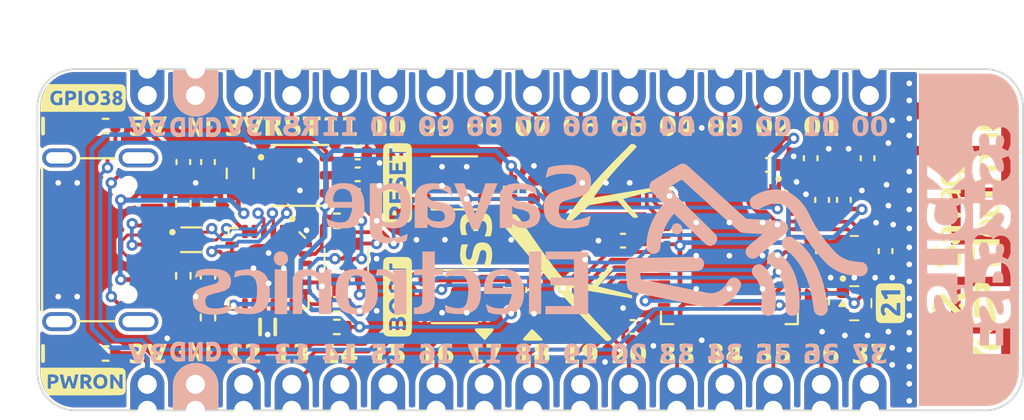
<source format=kicad_pcb>
(kicad_pcb (version 20221018) (generator pcbnew)
  (layers (0 "F.Cu" signal) (31 "B.Cu" signal) (34 "B.Paste" user) (35 "F.Paste" user) (36 "B.SilkS" user "B.Silkscreen") (37 "F.SilkS" user "F.Silkscreen") (38 "B.Mask" user) (39 "F.Mask" user) (44 "Edge.Cuts" user))
  (net 0 "")
  (net 1 "Net-(ANT1-Pad1)")
  (net 2 "GND")
  (net 3 "VBUS")
  (net 4 "VDD")
  (net 5 "Net-(C3-Pad1)")
  (net 6 "Net-(U1-LNA_IN)")
  (net 7 "Net-(U4-VDD)")
  (net 8 "Net-(U1-XTALP)")
  (net 9 "Net-(U1-XTALN)")
  (net 10 "RST")
  (net 11 "Net-(D1-A)")
  (net 12 "Net-(D2-A)")
  (net 13 "TXLED")
  (net 14 "Net-(D3-A)")
  (net 15 "RXLED")
  (net 16 "Net-(D4-A)")
  (net 18 "GPIO21")
  (net 19 "VUSB")
  (net 20 "GPIO12")
  (net 21 "GPIO13")
  (net 22 "GPIO14")
  (net 23 "GPIO15")
  (net 24 "GPIO16")
  (net 25 "GPIO17")
  (net 26 "GPIO18")
  (net 27 "GPIO33")
  (net 28 "GPIO34")
  (net 29 "GPIO35")
  (net 30 "GPIO36")
  (net 31 "GPIO37")
  (net 32 "GPIO20")
  (net 33 "GPIO19")
  (net 34 "GPIO0")
  (net 35 "GPIO1")
  (net 36 "GPIO2")
  (net 37 "GPIO3")
  (net 38 "GPIO4")
  (net 39 "GPIO5")
  (net 40 "GPIO6")
  (net 41 "GPIO7")
  (net 42 "GPIO8")
  (net 43 "GPIO9")
  (net 44 "GPIO10")
  (net 45 "GPIO11")
  (net 46 "Net-(J1-GND-PadA1)")
  (net 47 "Net-(J1-CC1)")
  (net 48 "USB_P")
  (net 49 "USB_N")
  (net 51 "Net-(J1-CC2)")
  (net 54 "RTS")
  (net 55 "Net-(Q1A-B1)")
  (net 56 "DTR")
  (net 57 "Net-(Q1B-B2)")
  (net 58 "GPIO38")
  (net 59 "Net-(U4-~{RST})")
  (net 73 "U0TXD")
  (net 74 "U0RXD")
  (footprint "Capacitor_SMD:C_0402_1005Metric" (layer "F.Cu") (at 151.4 95.6 180)
    (fp_text reference "C7" hide)
    (fp_text value "100nF")
  )
  (footprint "Resistor_SMD:R_0402_1005Metric" (layer "F.Cu") (at 135.8 94.4)
    (fp_text reference "R5" hide)
    (fp_text value "10K")
  )
  (footprint "Resistor_SMD:R_0402_1005Metric" (layer "F.Cu") (at 145 88.35 -90)
    (fp_text reference "R10" hide)
    (fp_text value "10K")
  )
  (footprint "Resistor_SMD:R_0402_1005Metric" (layer "F.Cu") (at 123.6 97 180)
    (fp_text reference "R3" hide)
    (fp_text value "1K")
  )
  (footprint "Resistor_SMD:R_0402_1005Metric" (layer "F.Cu") (at 135.8 90)
    (fp_text reference "R4" hide)
    (fp_text value "10K")
  )
  (footprint "SE_Graphics:G_GPIO38" (layer "F.Cu") (at 122.41 83.52)
    (fp_text reference "G_gpio38" hide)
    (fp_text value "LOGO" hide)
  )
  (footprint "Capacitor_SMD:C_0402_1005Metric" (layer "F.Cu") (at 162.55 88.9 90)
    (fp_text reference "C5" hide)
    (fp_text value "1uF")
  )
  (footprint "Resistor_SMD:R_0402_1005Metric" (layer "F.Cu") (at 145 93.65 90)
    (fp_text reference "R9" hide)
    (fp_text value "10K")
  )
  (footprint "Button_SMD:435151014824" (layer "F.Cu") (at 142 88 180)
    (fp_text reference "S2" hide)
    (fp_text value "435151014824")
  )
  (footprint "Resistor_SMD:R_0402_1005Metric" (layer "F.Cu") (at 127.7 92.9 -90)
    (fp_text reference "R1" hide)
    (fp_text value "5K1")
  )
  (footprint "Capacitor_SMD:C_0402_1005Metric" (layer "F.Cu") (at 164.75 91.6 -90)
    (fp_text reference "C14" hide)
    (fp_text value "12pF")
  )
  (footprint "Capacitor_SMD:C_0402_1005Metric" (layer "F.Cu") (at 136.9 86.4)
    (fp_text reference "C16" hide)
    (fp_text value "100nF")
  )
  (footprint "SE_Graphics:G_RESET" (layer "F.Cu") (at 139 88)
    (fp_text reference "G_reset" hide)
    (fp_text value "LOGO" hide)
  )
  (footprint "Inductor_SMD:L_0402_1005Metric" (layer "F.Cu") (at 158.55 86.1 180)
    (fp_text reference "L2" hide)
    (fp_text value "2.0nH")
  )
  (footprint "QFN:QFN24_4X4MM_P05_EP26" (layer "F.Cu") (at 132.2 92.5 -90)
    (fp_text reference "U4" hide)
    (fp_text value "CP2102N")
  )
  (footprint "Button_SMD:435151014824" (layer "F.Cu") (at 142 94)
    (fp_text reference "S1" hide)
    (fp_text value "435151014824")
  )
  (footprint "Inductor_SMD:L_0402_1005Metric" (layer "F.Cu") (at 162.3 87.2 180)
    (fp_text reference "L3" hide)
    (fp_text value "3.9nH")
  )
  (footprint "SOT:SC70_6P" (layer "F.Cu") (at 136.3 92.2 90)
    (fp_text reference "Q1" hide)
    (fp_text value "MBT3904DW1")
  )
  (footprint "Capacitor_SMD:C_0402_1005Metric" (layer "F.Cu") (at 161.4 94.3 -90)
    (fp_text reference "C8" hide)
    (fp_text value "100nF")
  )
  (footprint "Resistor_SMD:R_0402_1005Metric" (layer "F.Cu") (at 127.7 89.1 90)
    (fp_text reference "R2" hide)
    (fp_text value "5K1")
  )
  (footprint "Capacitor_SMD:C_0402_1005Metric" (layer "F.Cu") (at 136.9 88.7)
    (fp_text reference "C4" hide)
    (fp_text value "100nF")
  )
  (footprint "Savage_Electronics:Stick" (layer "F.Cu") (at 120 91)
    (fp_text reference "FP0" hide)
    (fp_text value "Stick Footprint")
  )
  (footprint "Capacitor_SMD:C_0402_1005Metric" (layer "F.Cu") (at 161.4 88.9 90)
    (fp_text reference "C9" hide)
    (fp_text value "100nF")
  )
  (footprint "Resistor_SMD:R_0402_1005Metric" (layer "F.Cu") (at 123.6 85 180)
    (fp_text reference "R6" hide)
    (fp_text value "1K")
  )
  (footprint "Capacitor_SMD:C_0402_1005Metric" (layer "F.Cu") (at 146.15 93.65 -90)
    (fp_text reference "C2" hide)
    (fp_text value "100nF")
  )
  (footprint "SMD_MONO_LED:0402LED" (layer "F.Cu") (at 121.4 85)
    (fp_text reference "D2" hide)
    (fp_text value "Blue")
  )
  (footprint "Capacitor_SMD:C_0402_1005Metric" (layer "F.Cu") (at 158.55 87.05)
    (fp_text reference "C3" hide)
    (fp_text value "100nF")
  )
  (footprint "Capacitor_SMD:C_0402_1005Metric" (layer "F.Cu") (at 129 86.9 90)
    (fp_text reference "C17" hide)
    (fp_text value "4.7uF")
  )
  (footprint "Fuse:Fuse_0805_2012Metric" (layer "F.Cu") (at 130.7 87.5 90)
    (fp_text reference "F1" hide)
    (fp_text value "0ZCK0075FF2E ")
  )
  (footprint "SE_Graphics:G_PWRON" (layer "F.Cu") (at 122.41 98.48)
    (fp_text reference "G_pwron" hide)
    (fp_text value "LOGO" hide)
  )
  (footprint "Capacitor_SMD:C_0402_1005Metric" (layer "F.Cu") (at 150.9 91.05 180)
    (fp_text reference "C10" hide)
    (fp_text value "100nF")
  )
  (footprint "Package_ESP32:QFN-56-1EP_7x7mm_P0.4mm_EP4x4mm_ThermalVias_ ESP32-S3" (layer "F.Cu") (at 156.51 91.84 -90)
    (fp_text reference "U1" hide)
    (fp_text value "ESP32-S3FN8")
  )
  (footprint "SMD_RGB_LED:SK6812_2X2mm" (layer "F.Cu") (at 163.1 94.35 -90)
    (fp_text reference "D5" hide)
    (fp_text value "SK6812")
  )
  (footprint "SMD_MONO_LED:0402LED" (layer "F.Cu") (at 121.4 97)
    (fp_text reference "D1" hide)
    (fp_text value "Green")
  )
  (footprint "SMD_MONO_LED:0402LED" (layer "F.Cu") (at 130.65 95.6 180)
    (fp_text reference "D4" hide)
    (fp_text value "Orange")
  )
  (footprint "USB:USBC 2.0" (layer "F.Cu") (at 122.25 91 -90)
    (fp_text reference "J1" hide)
    (fp_text value "629722000214")
  )
  (footprint "Capacitor_SMD:C_0402_1005Metric" (layer "F.Cu") (at 161.45 91.6 90)
    (fp_text reference "C15" hide)
    (fp_text value "12pF")
  )
  (footprint "Inductor_SMD:L_0402_1005Metric" (layer "F.Cu") (at 127.7 95.1 -90)
    (fp_text reference "L1" hide)
    (fp_text value "145R")
  )
  (footprint "SE_Graphics:G_SELOGO_SMALL" (layer "F.Cu") (at 169 91)
    (fp_text reference "G_logoSmall" hide)
    (fp_text value "LOGO" hide)
  )
  (footprint "Capacitor_SMD:C_0402_1005Metric" (layer "F.Cu") (at 127.7 86.9 90)
    (fp_text reference "C1" hide)
    (fp_text value "1uF")
  )
  (footprint "Capacitor_SMD:C_0402_1005Metric" (layer "F.Cu") (at 163.8 86.7 90)
    (fp_text reference "C12" hide)
    (fp_text value "DNP")
  )
  (footprint "Capacitor_SMD:C_0402_1005Metric" (layer "F.Cu") (at 146.2 88.35 90)
    (fp_text reference "C18" hide)
    (fp_text value "1uF")
  )
  (footprint "DFN:DFN6_P1MM_EP" (layer "F.Cu") (at 133.85 87.6)
    (fp_text reference "U3" hide)
    (fp_text value "NCP690MN33T2G")
  )
  (footprint "SE_Graphics:G_NEOPIXEL" (layer "F.Cu") (at 165 94.35)
    (fp_text reference "G_neopixel" hide)
    (fp_text value "LOGO" hide)
  )
  (footprint "Capacitor_SMD:C_0402_1005Metric" (layer "F.Cu") (at 136.9 87.55)
    (fp_text reference "C6" hide)
    (fp_text value "4.7uF")
  )
  (footprint "Capacitor_SMD:C_0402_1005Metric" (layer "F.Cu") (at 160.8 86.7 90)
    (fp_text reference "C11" hide)
    (fp_text value "0.8pF")
  )
  (footprint "SMD_MONO_LED:0402LED" (layer "F.Cu") (at 133.65 95.6)
    (fp_text reference "D3" hide)
    (fp_text value "Orange")
  )
  (footprint "Diode_ESD:SP3423-02UTG" (layer "F.Cu") (at 128.1 91)
    (fp_text reference "U2" hide)
    (fp_text value "SP3423-02UTG")
  )
  (footprint "Resistor_SMD:R_0402_1005Metric" (layer "F.Cu") (at 129 92.9 90)
    (fp_text reference "R11" hide)
    (fp_text value "1K")
  )
  (footprint "RF_PCB_Antenna:PCB_Ant24" (layer "F.Cu") (at 168.39 90.98 -90)
    (fp_text reference "ANT1" hide)
    (fp_text value "2.4Ghz")
  )
  (footprint "Resistor_SMD:R_0402_1005Metric" (layer "F.Cu") (at 129 95.1 -90)
    (fp_text reference "R8" hide)
    (fp_text value "1K")
  )
  (footprint "Crystal_SMD:SMD_4PADS_20X16" (layer "F.Cu") (at 163.1 91.6 180)
    (fp_text reference "Y1" hide)
    (fp_text value "XRCGB40M000F4M02R0")
  )
  (footprint "SE_Graphics:G_BOOT" (layer "F.Cu") (at 139 94)
    (fp_text reference "G_boot" hide)
    (fp_text value "LOGO" hide)
  )
  (footprint "SE_Graphics:G_STICKS" (layer "F.Cu") (at 148.7 91.15)
    (fp_text reference "G_sticks" hide)
    (fp_text value "LOGO" hide)
  )
  (footprint "Capacitor_SMD:C_0402_1005Metric" (layer "F.Cu") (at 129 89.1 90)
    (fp_text reference "C13" hide)
    (fp_text value "100nF")
  )
  (footprint "Resistor_SMD:R_0402_1005Metric" (layer "F.Cu") (at 135.8 95.6 180)
    (fp_text reference "R7" hide)
    (fp_text value "1K")
  )
  (footprint "SE_Graphics:G_S3_ANT_LOGO" (layer "B.Cu") (at 169.15 91 180)
    (fp_text reference "G_antennaLogo" hide)
    (fp_text value "LOGO" hide)
  )
  (footprint "SE_Graphics:G_SELOGO_MED" (layer "B.Cu") (at 146 91 180)
    (fp_text reference "e" hide)
    (fp_text value "LOGO" hide)
  )
  (gr_rect (start 127.2 98.7) (end 129.5 99.95) (stroke (width 0.1)) (fill solid) (layer "B.SilkS"))
  (gr_rect (start 127.2 82.05) (end 129.5 83.3) (stroke (width 0.1)) (fill solid) (layer "B.SilkS"))
  (gr_circle (center 128.35 83.3) (end 127.2 83.3) (stroke (width 0.1)) (fill solid) (layer "B.SilkS"))
  (gr_circle (center 128.35 98.7) (end 129.5 98.7) (stroke (width 0.1)) (fill solid) (layer "B.SilkS"))
  (gr_circle (center 128.35 98.7) (end 129.5 98.7) (stroke (width 0.1)) (fill solid) (layer "F.SilkS"))
  (gr_circle (center 128.35 83.3) (end 127.2 83.3) (stroke (width 0.1)) (fill solid) (layer "F.SilkS"))
  (gr_poly (pts (xy 143.15 95.75) (xy 144 95.75) (xy 143.6 96.2)) (stroke (width 0.15)) (fill solid) (layer "F.SilkS"))
  (gr_poly (pts (xy 146.55 96.25) (xy 145.7 96.25) (xy 146.1 95.8)) (stroke (width 0.15)) (fill solid) (layer "F.SilkS"))
  (gr_rect (start 127.2 98.7) (end 129.5 99.95) (stroke (width 0.1)) (fill solid) (layer "F.SilkS"))
  (gr_rect (start 127.2 82.05) (end 129.5 83.3) (stroke (width 0.1)) (fill solid) (layer "F.SilkS"))
  (gr_line (start 170 82) (end 122 82) (stroke (width 0.1)) (layer "Edge.Cuts"))
  (gr_arc (start 172 98) (mid 171.414214 99.414214) (end 170 100) (stroke (width 0.1)) (layer "Edge.Cuts"))
  (gr_line (start 122 100) (end 170 100) (stroke (width 0.1)) (layer "Edge.Cuts"))
  (gr_arc (start 122 100) (mid 120.585786 99.414214) (end 120 98) (stroke (width 0.1)) (layer "Edge.Cuts"))
  (gr_line (start 172 98) (end 172 84) (stroke (width 0.1)) (layer "Edge.Cuts"))
  (gr_arc (start 170 82) (mid 171.414214 82.585786) (end 172 84) (stroke (width 0.1)) (layer "Edge.Cuts"))
  (gr_arc (start 120 84) (mid 120.585786 82.585786) (end 122 82) (stroke (width 0.1)) (layer "Edge.Cuts"))
  (gr_line (start 120 84) (end 120 98) (stroke (width 0.1)) (layer "Edge.Cuts"))
  (gr_text "01" (at 161.37 85.1) (layer "B.SilkS") (effects (font (size 1 1) (thickness 0.16) bold) (justify mirror)))
  (gr_text "13" (at 133.43 97.1) (layer "B.SilkS") (effects (font (size 1 1) (thickness 0.2) bold) (justify mirror)))
  (gr_text "05" (at 151.21 85.1) (layer "B.SilkS") (effects (font (size 1 1) (thickness 0.16) bold) (justify mirror)))
  (gr_text "GND" (at 128.35 85.15) (layer "B.SilkS") (effects (font (size 1 0.8) (thickness 0.16) bold) (justify mirror)))
  (gr_text "35" (at 158.83 97.1) (layer "B.SilkS") (effects (font (size 1 1) (thickness 0.2) bold) (justify mirror)))
  (gr_text "04" (at 153.75 85.1) (layer "B.SilkS") (effects (font (size 1 1) (thickness 0.16) bold) (justify mirror)))
  (gr_text "36" (at 161.37 97.1) (layer "B.SilkS") (effects (font (size 1 1) (thickness 0.2) bold) (justify mirror)))
  (gr_text "5V" (at 125.81 85.1) (layer "B.SilkS") (effects (font (size 1 1) (thickness 0.16) bold) (justify mirror)))
  (gr_text "19" (at 148.67 97.1) (layer "B.SilkS") (effects (font (size 1 1) (thickness 0.2) bold) (justify mirror)))
  (gr_text "RST" (at 133.43 85.1) (layer "B.SilkS") (effects (font (size 1 1) (thickness 0.16) bold) (justify mirror)))
  (gr_text "00" (at 163.91 85.1) (layer "B.SilkS") (effects (font (size 1 1) (thickness 0.16) bold) (justify mirror)))
  (gr_text "GND" (at 128.35 97) (layer "B.SilkS") (effects (font (size 1 0.8) (thickness 0.16) bold) (justify mirror)))
  (gr_text "02" (at 158.83 85.1) (layer "B.SilkS") (effects (font (size 1 1) (thickness 0.16) bold) (justify mirror)))
  (gr_text "12" (at 130.89 97.1) (layer "B.SilkS") (effects (font (size 1 1) (thickness 0.16) bold) (justify mirror)))
  (gr_text "33" (at 153.75 97.1) (layer "B.SilkS") (effects (font (size 1 1) (thickness 0.2) bold) (justify mirror)))
  (gr_text "11" (at 135.97 85.1) (layer "B.SilkS") (effects (font (size 1 1) (thickness 0.16) bold) (justify mirror)))
  (gr_text "3V" (at 125.81 97.1) (layer "B.SilkS") (effects (font (size 1 1) (thickness 0.16) bold) (justify mirror)))
  (gr_text "14" (at 135.97 97.1) (layer "B.SilkS") (effects (font (size 1 1) (thickness 0.2) bold) (justify mirror)))
  (gr_text "18" (at 146.13 97.1) (layer "B.SilkS") (effects (font (size 1 1) (thickness 0.2) bold) (justify mirror)))
  (gr_text "17" (at 143.59 97.1) (layer "B.SilkS") (effects (font (size 1 1) (thickness 0.2) bold) (justify mirror)))
  (gr_text "06" (at 148.67 85.1) (layer "B.SilkS") (effects (font (size 1 1) (thickness 0.16) bold) (justify mirror)))
  (gr_text "20" (at 151.21 97.1) (layer "B.SilkS") (effects (font (size 1 1) (thickness 0.2) bold) (justify mirror)))
  (gr_text "34" (at 156.29 97.1) (layer "B.SilkS") (effects (font (size 1 1) (thickness 0.2) bold) (justify mirror)))
  (gr_text "16" (at 141.05 97.1) (layer "B.SilkS") (effects (font (size 1 1) (thickness 0.2) bold) (justify mirror)))
  (gr_text "07" (at 146.13 85.1) (layer "B.SilkS") (effects (font (size 1 1) (thickness 0.16) bold) (justify mirror)))
  (gr_text "03" (at 156.29 85.1) (layer "B.SilkS") (effects (font (size 1 1) (thickness 0.16) bold) (justify mirror)))
  (gr_text "10" (at 138.51 85.1) (layer "B.SilkS") (effects (font (size 1 1) (thickness 0.16) bold) (justify mirror)))
  (gr_text "37" (at 163.91 97.1) (layer "B.SilkS") (effects (font (size 1 1) (thickness 0.2) bold) (justify mirror)))
  (gr_text "3V" (at 130.89 85.1) (layer "B.SilkS") (effects (font (size 1 1) (thickness 0.16) bold) (justify mirror)))
  (gr_text "08" (at 143.59 85.1) (layer "B.SilkS") (effects (font (size 1 1) (thickness 0.16) bold) (justify mirror)))
  (gr_text "15" (at 138.51 97.1) (layer "B.SilkS") (effects (font (size 1 1) (thickness 0.2) bold) (justify mirror)))
  (gr_text "09" (at 141.05 85.1) (layer "B.SilkS") (effects (font (size 1 1) (thickness 0.16) bold) (justify mirror)))
  (gr_text "GND" (at 128.35 85.15) (layer "F.SilkS") (effects (font (size 1 0.8) (thickness 0.16) bold)))
  (gr_text "10" (at 138.51 85.1) (layer "F.SilkS") (effects (font (size 1 1) (thickness 0.16) bold)))
  (gr_text "3V" (at 130.89 85.1) (layer "F.SilkS") (effects (font (size 1 1) (thickness 0.16) bold)))
  (gr_text "36" (at 161.37 97.1) (layer "F.SilkS") (effects (font (size 1 1) (thickness 0.2) bold)))
  (gr_text "16" (at 141.05 97.1) (layer "F.SilkS") (effects (font (size 1 1) (thickness 0.2) bold)))
  (gr_text "GND" (at 128.35 97) (layer "F.SilkS") (effects (font (size 1 0.8) (thickness 0.16) bold)))
  (gr_text "34" (at 156.29 97.1) (layer "F.SilkS") (effects (font (size 1 1) (thickness 0.2) bold)))
  (gr_text "37" (at 163.91 97.1) (layer "F.SilkS") (effects (font (size 1 1) (thickness 0.2) bold)))
  (gr_text "07" (at 146.13 85.1) (layer "F.SilkS") (effects (font (size 1 1) (thickness 0.16) bold)))
  (gr_text "35" (at 158.83 97.1) (layer "F.SilkS") (effects (font (size 1 1) (thickness 0.2) bold)))
  (gr_text "S3" (at 143.3 91 90) (layer "F.SilkS") (effects (font (size 1.6 1.6) (thickness 0.16) bold)))
  (gr_text "02" (at 158.83 85.1) (layer "F.SilkS") (effects (font (size 1 1) (thickness 0.16) bold)))
  (gr_text "00" (at 163.91 85.1) (layer "F.SilkS") (effects (font (size 1 1) (thickness 0.16) bold)))
  (gr_text "18" (at 146.13 97.1) (layer "F.SilkS") (effects (font (size 1 1) (thickness 0.2) bold)))
  (gr_text "06" (at 148.67 85.1) (layer "F.SilkS") (effects (font (size 1 1) (thickness 0.16) bold)))
  (gr_text "3V" (at 125.81 97.1) (layer "F.SilkS") (effects (font (size 1 1) (thickness 0.16) bold)))
  (gr_text "33" (at 153.75 97.1) (layer "F.SilkS") (effects (font (size 1 1) (thickness 0.2) bold)))
  (gr_text "5V" (at 125.81 85.1) (layer "F.SilkS") (effects (font (size 1 1) (thickness 0.16) bold)))
  (gr_text "03" (at 156.29 85.1) (layer "F.SilkS") (effects (font (size 1 1) (thickness 0.16) bold)))
  (gr_text "04" (at 153.75 85.1) (layer "F.SilkS") (effects (font (size 1 1) (thickness 0.16) bold)))
  (gr_text "09" (at 141.05 85.1) (layer "F.SilkS") (effects (font (size 1 1) (thickness 0.16) bold)))
  (gr_text "13" (at 133.43 97.1) (layer "F.SilkS") (effects (font (size 1 1) (thickness 0.2) bold)))
  (gr_text "14" (at 135.97 97.1) (layer "F.SilkS") (effects (font (size 1 1) (thickness 0.2) bold)))
  (gr_text "11" (at 135.97 85.1) (layer "F.SilkS") (effects (font (size 1 1) (thickness 0.16) bold)))
  (gr_text "19" (at 148.67 97.1) (layer "F.SilkS") (effects (font (size 1 1) (thickness 0.2) bold)))
  (gr_text "RST" (at 133.43 85.1) (layer "F.SilkS") (effects (font (size 1 1) (thickness 0.16) bold)))
  (gr_text "08" (at 143.59 85.1) (layer "F.SilkS") (effects (font (size 1 1) (thickness 0.16) bold)))
  (gr_text "20" (at 151.21 97.1) (layer "F.SilkS") (effects (font (size 1 1) (thickness 0.2) bold)))
  (gr_text "15" (at 138.51 97.1) (layer "F.SilkS") (effects (font (size 1 1) (thickness 0.2) bold)))
  (gr_text "05" (at 151.21 85.1) (layer "F.SilkS") (effects (font (size 1 1) (thickness 0.16) bold)))
  (gr_text "17" (at 143.59 97.1) (layer "F.SilkS") (effects (font (size 1 1) (thickness 0.2) bold)))
  (gr_text "12" (at 130.89 97.1) (layer "F.SilkS") (effects (font (size 1 1) (thickness 0.16) bold)))
  (gr_text "01" (at 161.37 85.1) (layer "F.SilkS") (effects (font (size 1 1) (thickness 0.16) bold)))
  (segment (start 163.85 87.23) (end 164.235381 87.23) (width 0.508) (layer "F.Cu") (net 1))
  (segment (start 162.785 87.2) (end 163.82 87.2) (width 0.508) (layer "F.Cu") (net 1))
  (segment (start 165.148033 86.851967) (end 165.461937 86.538063) (width 0.508) (layer "F.Cu") (net 1))
  (segment (start 166.036673 86.3) (end 166.2 86.3) (width 0.508) (layer "F.Cu") (net 1))
  (arc (start 165.461937 86.538063) (mid 165.725628 86.36187) (end 166.036673 86.3) (width 0.508) (layer "F.Cu") (net 1))
  (arc (start 165.148033 86.851967) (mid 164.729305 87.131752) (end 164.235381 87.23) (width 0.508) (layer "F.Cu") (net 1))
  (segment (start 158.98 87.05) (end 159.5 87.05) (width 0.1524) (layer "F.Cu") (net 2))
  (segment (start 133.3 87.7) (end 133.85 88.25) (width 0.25) (layer "F.Cu") (net 2))
  (segment (start 146.12 94.16) (end 146.15 94.13) (width 0.2) (layer "F.Cu") (net 2))
  (segment (start 159.9 86.65) (end 159.9 86.6) (width 0.1524) (layer "F.Cu") (net 2))
  (segment (start 132.4 87.7) (end 133.3 87.7) (width 0.25) (layer "F.Cu") (net 2))
  (segment (start 132.95 91.95) (end 132.2 92.7) (width 0.25) (layer "F.Cu") (net 2))
  (segment (start 159.5 87.05) (end 159.9 86.65) (width 0.1524) (layer "F.Cu") (net 2))
  (segment (start 132.95 90.7625) (end 132.95 91.95) (width 0.25) (layer "F.Cu") (net 2))
  (segment (start 127.6 88.69) (end 128.87 88.69) (width 0.2) (layer "F.Cu") (net 2))
  (segment (start 128.87 88.69) (end 128.9 88.72) (width 0.2) (layer "F.Cu") (net 2))
  (via (at 140 91) (size 0.6) (drill 0.3) (layers "F.Cu" "B.Cu") (net 2))
  (via (at 159.9 86.6) (size 0.6) (drill 0.3) (layers "F.Cu" "B.Cu") (net 2))
  (via (at 166 92.3) (size 0.6) (drill 0.3) (layers "F.Cu" "B.Cu") (net 2))
  (via (at 155.05 85.1) (size 0.6) (drill 0.3) (layers "F.Cu" "B.Cu") (net 2))
  (via (at 160.05 87.95) (size 0.6) (drill 0.3) (layers "F.Cu" "B.Cu") (net 2))
  (via (at 165.1 93) (size 0.6) (drill 0.3) (layers "F.Cu" "B.Cu") (net 2))
  (via (at 142.65 94.85) (size 0.6) (drill 0.3) (layers "F.Cu" "B.Cu") (net 2))
  (via (at 121.1 88) (size 0.6) (drill 0.3) (layers "F.Cu" "B.Cu") (net 2))
  (via (at 166 96.8) (size 0.6) (drill 0.3) (layers "F.Cu" "B.Cu") (net 2))
  (via (at 151.25 88) (size 0.6) (drill 0.3) (layers "F.Cu" "B.Cu") (net 2))
  (via (at 166 99.5) (size 0.6) (drill 0.3) (layers "F.Cu" "B.Cu") (net 2))
  (via (at 150.9 94.6) (size 0.6) (drill 0.3) (layers "F.Cu" "B.Cu") (net 2))
  (via (at 166 89.4) (size 0.6) (drill 0.3) (layers "F.Cu" "B.Cu") (net 2))
  (via (at 163.5 88.4) (size 0.6) (drill 0.3) (layers "F.Cu" "B.Cu") (net 2))
  (via (at 165.1 97.6) (size 0.6) (drill 0.3) (layers "F.Cu" "B.Cu") (net 2))
  (via (at 128.35 88) (size 0.6) (drill 0.3) (layers "F.Cu" "B.Cu") (net 2))
  (via (at 141.35 94.85) (size 0.6) (drill 0.3) (layers "F.Cu" "B.Cu") (net 2))
  (via (at 145 91) (size 0.6) (drill 0.3) (layers "F.Cu" "B.Cu") (net 2))
  (via (at 163.1 93) (size 0.6) (drill 0.3) (layers "F.Cu" "B.Cu") (net 2))
  (via (at 141.5 91) (size 0.6) (drill 0.3) (layers "F.Cu" "B.Cu") (net 2))
  (via (at 142.65 87.15) (size 0.6) (drill 0.3) (layers "F.Cu" "B.Cu") (net 2))
  (via (at 122.1 88) (size 0.6) (drill 0.3) (layers "F.Cu" "B.Cu") (net 2))
  (via (at 164.8 88.1) (size 0.6) (drill 0.3) (layers "F.Cu" "B.Cu") (net 2))
  (via (at 166 95) (size 0.6) (drill 0.3) (layers "F.Cu" "B.Cu") (net 2))
  (via (at 166 97.7) (size 0.6) (drill 0.3) (layers "F.Cu" "B.Cu") (net 2))
  (via (at 163.8 96.05) (size 0.6) (drill 0.3) (layers "F.Cu" "B.Cu") (net 2))
  (via (at 160.55 88.6) (size 0.6) (drill 0.3) (layers "F.Cu" "B.Cu") (net 2))
  (via (at 166 90.4) (size 0.6) (drill 0.3) (layers "F.Cu" "B.Cu") (net 2))
  (via (at 152.5 96.6) (size 0.6) (drill 0.3) (layers "F.Cu" "B.Cu") (net 2))
  (via (at 132.15 96) (size 0.6) (drill 0.3) (layers "F.Cu" "B.Cu") (net 2))
  (via (at 164.9 89.2) (size 0.6) (drill 0.3) (layers "F.Cu" "B.Cu") (net 2))
  (via (at 141.35 88.15) (size 0.6) (drill 0.3) (layers "F.Cu" "B.Cu") (net 2))
  (via (at 164.2 93) (size 0.6) (drill 0.3) (layers "F.Cu" "B.Cu") (net 2))
  (via (at 138.05 86.95) (size 0.6) (drill 0.3) (layers "F.Cu" "B.Cu") (net 2))
  (via (at 121.1 94) (size 0.6) (drill 0.3) (layers "F.Cu" "B.Cu") (net 2))
  (via (at 146.2 94.9) (size 0.6) (drill 0.3) (layers "F.Cu" "B.Cu") (net 2))
  (via (at 164.25 90.1) (size 0.6) (drill 0.3) (layers "F.Cu" "B.Cu") (net 2))
  (via (at 149.6 91.05) (size 0.6) (drill 0.3) (layers "F.Cu" "B.Cu") (net 2))
  (via (at 166 95.9) (size 0.6) (drill 0.3) (layers "F.Cu" "B.Cu") (net 2))
  (via (at 138.05 88.15) (size 0.6) (drill 0.3) (layers "F.Cu" "B.Cu") (net 2))
  (via (at 166 87.4) (size 0.6) (drill 0.3) (layers "F.Cu" "B.Cu") (net 2))
  (via (at 166 82.75) (size 0.6) (drill 0.3) (layers "F.Cu" "B.Cu") (net 2))
  (via (at 162.8 86.2) (size 0.6) (drill 0.3) (layers "F.Cu" "B.Cu") (net 2))
  (via (at 166 94.1) (size 0.6) (drill 0.3) (layers "F.Cu" "B.Cu") (net 2))
  (via (at 122.1 94) (size 0.6) (drill 0.3) (layers "F.Cu" "B.Cu") (net 2))
  (via (at 165.15 90.2) (size 0.6) (drill 0.3) (layers "F.Cu" "B.Cu") (net 2))
  (via (at 162.6 96.05) (size 0.6) (drill 0.3) (layers "F.Cu" "B.Cu") (net 2))
  (via (at 166 85.5) (size 0.6) (drill 0.3) (layers "F.Cu" "B.Cu") (net 2))
  (via (at 164.9 95.85) (size 0.6) (drill 0.3) (layers "F.Cu" "B.Cu") (net 2))
  (via (at 126.85 96.2) (size 0.6) (drill 0.3) (layers "F.Cu" "B.Cu") (net 2))
  (via (at 166 84.6) (size 0.6) (drill 0.3) (layers "F.Cu" "B.Cu") (net 2))
  (via (at 166 91.4) (size 0.6) (drill 0.3) (layers "F.Cu" "B.Cu") (net 2))
  (via (at 166 98.6) (size 0.6) (drill 0.3) (layers "F.Cu" "B.Cu") (net 2))
  (via (at 164.9 85.9) (size 0.6) (drill 0.3) (layers "F.Cu" "B.Cu") (net 2))
  (via (at 150 88) (size 0.6) (drill 0.3) (layers "F.Cu" "B.Cu") (net 2))
  (via (at 161.75 86.2) (size 0.6) (drill 0.3) (layers "F.Cu" "B.Cu") (net 2))
  (via (at 166 93.2) (size 0.6) (drill 0.3) (layers "F.Cu" "B.Cu") (net 2))
  (via (at 166 88.4) (size 0.6) (drill 0.3) (layers "F.Cu" "B.Cu") (net 2))
  (via (at 148.75 88) (size 0.6) (drill 0.3) (layers "F.Cu" "B.Cu") (net 2))
  (via (at 161.85 93) (size 0.6) (drill 0.3) (layers "F.Cu" "B.Cu") (net 2))
  (via (at 155.05 96.3) (size 0.6) (drill 0.3) (layers "F.Cu" "B.Cu") (net 2))
  (via (at 149.95 97.45) (size 0.6) (drill 0.3) (layers "F.Cu" "B.Cu") (net 2))
  (via (at 166 83.65) (size 0.6) (drill 0.3) (layers "F.Cu" "B.Cu") (net 2))
  (via (at 165.1 96.7) (size 0.6) (drill 0.3) (layers "F.Cu" "B.Cu") (net 2))
  (via (at 146.2 87.1) (size 0.6) (drill 0.3) (layers "F.Cu" "B.Cu") (net 2))
  (via (at 137.9 94.75) (size 0.6) (drill 0.3) (layers "F.Cu" "B.Cu") (net 2))
  (via (at 137.9 92) (size 0.6) (drill 0.3) (layers "F.Cu" "B.Cu") (net 2))
  (via (at 141.35 87.15) (size 0.6) (drill 0.3) (layers "F.Cu" "B.Cu") (net 2))
  (via (at 165.1 84.7) (size 0.6) (drill 0.3) (layers "F.Cu" "B.Cu") (net 2))
  (via (at 134.2 90.5) (size 0.6) (drill 0.3) (layers "F.Cu" "B.Cu") (net 2))
  (via (at 161.4 95.85) (size 0.6) (drill 0.3) (layers "F.Cu" "B.Cu") (net 2))
  (via (at 128.35 94) (size 0.6) (drill 0.3) (layers "F.Cu" "B.Cu") (net 2))
  (segment (start 135.25 86.35) (end 135 86.1) (width 0.2) (layer "F.Cu") (net 3))
  (segment (start 127.7 87.38) (end 129 87.38) (width 0.2) (layer "F.Cu") (net 3))
  (segment (start 131.8476 88.1476) (end 132.25 88.55) (width 0.2) (layer "F.Cu") (net 3))
  (segment (start 130.2625 91.75) (end 130.2625 91.25) (width 0.2) (layer "F.Cu") (net 3))
  (segment (start 129.75 91.75) (end 130.2625 91.75) (width 0.2) (layer "F.Cu") (net 3))
  (segment (start 129.625471 91.625471) (end 129.75 91.75) (width 0.2) (layer "F.Cu") (net 3))
  (segment (start 133.151899 89.600166) (end 133.151899 89.251899) (width 0.2) (layer "F.Cu") (net 3))
  (segment (start 131.8476 87.1524) (end 131.8476 88.1476) (width 0.2) (layer "F.Cu") (net 3))
  (segment (start 129.62 87.38) (end 130.3375 86.6625) (width 0.25) (layer "F.Cu") (net 3))
  (segment (start 132.25 88.55) (end 132.45 88.55) (width 0.2) (layer "F.Cu") (net 3))
  (segment (start 136.07 86.75) (end 136.42 86.4) (width 0.25) (layer "F.Cu") (net 3))
  (segment (start 135 86.1) (end 132.7 86.1) (width 0.2) (layer "F.Cu") (net 3))
  (segment (start 133.151899 89.251899) (end 132.45 88.55) (width 0.2) (layer "F.Cu") (net 3))
  (segment (start 135.2 86.75) (end 136.07 86.75) (width 0.25) (layer "F.Cu") (net 3))
  (segment (start 132.35 86.65) (end 131.8476 87.1524) (width 0.2) (layer "F.Cu") (net 3))
  (segment (start 132.45 86.35) (end 132.45 86.75) (width 0.2) (layer "F.Cu") (net 3))
  (segment (start 132.3125 86.6625) (end 132.4 86.75) (width 0.25) (layer "F.Cu") (net 3))
  (segment (start 135.25 86.75) (end 135.25 86.35) (width 0.2) (layer "F.Cu") (net 3))
  (segment (start 132.7 86.1) (end 132.45 86.35) (width 0.2) (layer "F.Cu") (net 3))
  (segment (start 129.2 91.625471) (end 129.625471 91.625471) (width 0.2) (layer "F.Cu") (net 3))
  (segment (start 132.45 86.65) (end 132.35 86.65) (width 0.2) (layer "F.Cu") (net 3))
  (segment (start 130.3375 86.6625) (end 132.3125 86.6625) (width 0.25) (layer "F.Cu") (net 3))
  (segment (start 129 87.38) (end 129.62 87.38) (width 0.25) (layer "F.Cu") (net 3))
  (via (at 133.151899 89.600166) (size 0.6) (drill 0.3) (layers "F.Cu" "B.Cu") (net 3))
  (via (at 129.2 91.625471) (size 0.6) (drill 0.3) (layers "F.Cu" "B.Cu") (net 3))
  (segment (start 131.682722 91.1) (end 133.151899 89.630823) (width 0.2) (layer "B.Cu") (net 3))
  (segment (start 130.622515 91.1) (end 131.682722 91.1) (width 0.2) (layer "B.Cu") (net 3))
  (segment (start 129.460671 91.3648) (end 130.357715 91.3648) (width 0.2) (layer "B.Cu") (net 3))
  (segment (start 130.357715 91.3648) (end 130.622515 91.1) (width 0.2) (layer "B.Cu") (net 3))
  (segment (start 129.2 91.625471) (end 129.460671 91.3648) (width 0.2) (layer "B.Cu") (net 3))
  (segment (start 133.151899 89.630823) (end 133.151899 89.600166) (width 0.2) (layer "B.Cu") (net 3))
  (segment (start 151.88 95.6) (end 153.15 95.6) (width 0.2) (layer "F.Cu") (net 4))
  (segment (start 161.355 93.83) (end 162.42 93.83) (width 0.25) (layer "F.Cu") (net 4))
  (segment (start 163.48 89.38) (end 163.5 89.4) (width 0.2) (layer "F.Cu") (net 4))
  (segment (start 145 87.84) (end 145 87.1) (width 0.2) (layer "F.Cu") (net 4))
  (segment (start 151.8 91.05) (end 151.38 91.05) (width 0.2) (layer "F.Cu") (net 4))
  (segment (start 159.51 93.24) (end 158.4 94.35) (width 0.25) (layer "F.Cu") (net 4))
  (segment (start 137.017951 95.6) (end 136.31 95.6) (width 0.2) (layer "F.Cu") (net 4))
  (segment (start 136.32 88.6) (end 136.42 88.7) (width 0.25) (layer "F.Cu") (net 4))
  (segment (start 153.9 94.1) (end 153.9 91.3019) (width 0.25) (layer "F.Cu") (net 4))
  (segment (start 135.25 87.6) (end 136.37 87.6) (width 0.25) (layer "F.Cu") (net 4))
  (segment (start 130.21 94.59) (end 129 94.59) (width 0.25) (layer "F.Cu") (net 4))
  (segment (start 135.25 88.55) (end 135.3 88.6) (width 0.25) (layer "F.Cu") (net 4))
  (segment (start 153.350357 88.688334) (end 153.9 89.237977) (width 0.25) (layer "F.Cu") (net 4))
  (segment (start 153.15 95.6) (end 153.46 95.29) (width 0.2) (layer "F.Cu") (net 4))
  (segment (start 159.95 89.65) (end 159.95 89.25) (width 0.2) (layer "F.Cu") (net 4))
  (segment (start 151.99 91.24) (end 151.8 91.05) (width 0.2) (layer "F.Cu") (net 4))
  (segment (start 160.775 93.24) (end 159.96 93.24) (width 0.25) (layer "F.Cu") (net 4))
  (segment (start 136.37 87.6) (end 136.42 87.55) (width 0.25) (layer "F.Cu") (net 4))
  (segment (start 153.46 95.29) (end 153.91 95.29) (width 0.2) (layer "F.Cu") (net 4))
  (segment (start 153.91 94.59) (end 153.91 95.29) (width 0.25) (layer "F.Cu") (net 4))
  (segment (start 153.9 91.3019) (end 153.8381 91.24) (width 0.2) (layer "F.Cu") (net 4))
  (segment (start 161.365 93.83) (end 160.775 93.24) (width 0.25) (layer "F.Cu") (net 4))
  (segment (start 159.085 86.05) (end 159.085 86.0075) (width 0.2) (layer "F.Cu") (net 4))
  (segment (start 161.4 89.38) (end 162.55 89.38) (width 0.2) (layer "F.Cu") (net 4))
  (segment (start 135.3 88.6) (end 136.32 88.6) (width 0.25) (layer "F.Cu") (net 4))
  (segment (start 159.95 89.65) (end 160.65 89.65) (width 0.2) (layer "F.Cu") (net 4))
  (segment (start 125.8 97.45) (end 125.8 98.6284) (width 0.25) (layer "F.Cu") (net 4))
  (segment (start 153.9 89.237977) (end 153.9 91.3019) (width 0.25) (layer "F.Cu") (net 4))
  (segment (start 145 94.16) (end 145.16 94.16) (width 0.2) (layer "F.Cu") (net 4))
  (segment (start 154.15 94.35) (end 153.9 94.1) (width 0.25) (layer "F.Cu") (net 4))
  (segment (start 153.06 91.24) (end 151.99 91.24) (width 0.2) (layer "F.Cu") (net 4))
  (segment (start 153.8381 91.24) (end 153.06 91.24) (width 0.2) (layer "F.Cu") (net 4))
  (segment (start 145.16 94.16) (end 146.15 93.17) (width 0.2) (layer "F.Cu") (net 4))
  (segment (start 154.15 94.35) (end 153.91 94.59) (width 0.25) (layer "F.Cu") (net 4))
  (segment (start 124.11 97) (end 125.35 97) (width 0.25) (layer "F.Cu") (net 4))
  (segment (start 162.43 93.82) (end 162.5 93.75) (width 0.2) (layer "F.Cu") (net 4))
  (segment (start 129 94.59) (end 129 93.61) (width 0.25) (layer "F.Cu") (net 4))
  (segment (start 162.55 89.38) (end 163.48 89.38) (width 0.25) (layer "F.Cu") (net 4))
  (segment (start 159.085 86.0075) (end 159.443 85.6495) (width 0.25) (layer "F.Cu") (net 4))
  (segment (start 160.65 89.65) (end 160.9 89.4) (width 0.2) (layer "F.Cu") (net 4))
  (segment (start 162.42 93.83) (end 162.5 93.75) (width 0.25) (layer "F.Cu") (net 4))
  (segment (start 130.3481 94.4519) (end 130.21 94.59) (width 0.25) (layer "F.Cu") (net 4))
  (segment (start 135.25 89.157847) (end 135.25 87.6) (width 0.25) (layer "F.Cu") (net 4))
  (segment (start 161.38 89.4) (end 161.4 89.38) (width 0.2) (layer "F.Cu") (net 4))
  (segment (start 159.96 93.24) (end 159.51 93.24) (width 0.25) (layer "F.Cu") (net 4))
  (segment (start 160.9 89.4) (end 161.38 89.4) (width 0.2) (layer "F.Cu") (net 4))
  (segment (start 158.4 94.35) (end 154.15 94.35) (width 0.25) (layer "F.Cu") (net 4))
  (segment (start 159.443 85.6495) (end 159.9 85.6495) (width 0.25) (layer "F.Cu") (net 4))
  (segment (start 135.179747 89.2281) (end 135.25 89.157847) (width 0.25) (layer "F.Cu") (net 4))
  (segment (start 145 94.16) (end 145 94.9) (width 0.2) (layer "F.Cu") (net 4))
  (segment (start 125.35 97) (end 125.8 97.45) (width 0.25) (layer "F.Cu") (net 4))
  (via (at 137 95.6) (size 0.6) (drill 0.3) (layers "F.Cu" "B.Cu") (net 4))
  (via (at 163.5 89.4) (size 0.6) (drill 0.3) (layers "F.Cu" "B.Cu") (net 4))
  (via (at 153.9 91.3019) (size 0.6) (drill 0.3) (layers "F.Cu" "B.Cu") (net 4))
  (via (at 130.3481 94.4519) (size 0.6) (drill 0.3) (layers "F.Cu" "B.Cu") (net 4))
  (via (at 145 94.9) (size 0.6) (drill 0.3) (layers "F.Cu" "B.Cu") (net 4))
  (via (at 145 87.1) (size 0.6) (drill 0.3) (layers "F.Cu" "B.Cu") (net 4))
  (via (at 135.179747 89.2281) (size 0.6) (drill 0.3) (layers "F.Cu" "B.Cu") (net 4))
  (via (at 159.9 85.6495) (size 0.6) (drill 0.3) (layers "F.Cu" "B.Cu") (net 4))
  (via (at 153.350357 88.688334) (size 0.6) (drill 0.3) (layers "F.Cu" "B.Cu") (net 4))
  (segment (start 125.81 97.26) (end 125.81 98.6284) (width 0.25) (layer "B.Cu") (net 4))
  (segment (start 133.9 92.1) (end 133.9 94.1) (width 0.25) (layer "B.Cu") (net 4))
  (segment (start 130.89 85.4) (end 130.84 85.45) (width 0.25) (layer "B.Cu") (net 4))
  (segment (start 125.25 96.7) (end 125.81 97.26) (width 0.25) (layer "B.Cu") (net 4))
  (segment (start 159.35 91.15) (end 154.0519 91.15) (width 0.25) (layer "B.Cu") (net 4))
  (segment (start 130.4 94.4) (end 133.6 94.4) (width 0.25) (layer "B.Cu") (net 4))
  (segment (start 123.65 85.45) (end 122.875 86.225) (width 0.25) (layer "B.Cu") (net 4))
  (segment (start 145 87.1) (end 144.2 86.3) (width 0.25) (layer "B.Cu") (net 4))
  (segment (start 153.350357 88.688334) (end 153.138691 88.9) (width 0.25) (layer "B.Cu") (net 4))
  (segment (start 137.017951 95.584518) (end 136.133433 94.7) (width 0.25) (layer "B.Cu") (net 4))
  (segment (start 135.179747 89.2281) (end 135.2 89.207847) (width 0.25) (layer "B.Cu") (net 4))
  (segment (start 159.626623 88.976623) (end 159.626623 90.873377) (width 0.25) (layer "B.Cu") (net 4))
  (segment (start 158.85 88.2) (end 158.85 86.7) (width 0.25) (layer "B.Cu") (net 4))
  (segment (start 122.875 95.675) (end 123.9 96.7) (width 0.25) (layer "B.Cu") (net 4))
  (segment (start 144.2 86.3) (end 135.6 86.3) (width 0.25) (layer "B.Cu") (net 4))
  (segment (start 163.5 89.4) (end 162.026623 90.873377) (width 0.25) (layer "B.Cu") (net 4))
  (segment (start 137.017951 95.6) (end 144.3 95.6) (width 0.2) (layer "B.Cu") (net 4))
  (segment (start 133.6 94.4) (end 133.9 94.1) (width 0.25) (layer "B.Cu") (net 4))
  (segment (start 122.875 86.225) (end 122.875 95.675) (width 0.25) (layer "B.Cu") (net 4))
  (segment (start 134.35 85.85) (end 131.3 85.85) (width 0.25) (layer "B.Cu") (net 4))
  (segment (start 159.626623 90.873377) (end 159.35 91.15) (width 0.25) (layer "B.Cu") (net 4))
  (segment (start 159.6 88.95) (end 158.85 88.2) (width 0.25) (layer "B.Cu") (net 4))
  (segment (start 130.3481 94.4519) (end 130.4 94.4) (width 0.25) (layer "B.Cu") (net 4))
  (segment (start 131.3 85.85) (end 130.89 85.44) (width 0.25) (layer "B.Cu") (net 4))
  (segment (start 134.5 94.7) (end 133.9 94.1) (width 0.25) (layer "B.Cu") (net 4))
  (segment (start 123.9 96.7) (end 125.25 96.7) (width 0.25) (layer "B.Cu") (net 4))
  (segment (start 135.179747 89.2281) (end 135.179747 90.820253) (width 0.25) (layer "B.Cu") (net 4))
  (segment (start 144.3 95.6) (end 145 94.9) (width 0.2) (layer "B.Cu") (net 4))
  (segment (start 135.179747 90.820253) (end 133.9 92.1) (width 0.25) (layer "B.Cu") (net 4))
  (segment (start 130.84 85.45) (end 123.65 85.45) (width 0.25) (layer "B.Cu") (net 4))
  (segment (start 153.138691 88.9) (end 146.8 88.9) (width 0.25) (layer "B.Cu") (net 4))
  (segment (start 137.017951 95.6) (end 137.017951 95.584518) (width 0.25) (layer "B.Cu") (net 4))
  (segment (start 135.6 86.3) (end 135.2 86.7) (width 0.25) (layer "B.Cu") (net 4))
  (segment (start 130.89 83.38) (end 130.89 85.4) (width 0.25) (layer "B.Cu") (net 4))
  (segment (start 136.133433 94.7) (end 134.5 94.7) (width 0.25) (layer "B.Cu") (net 4))
  (segment (start 135.2 86.7) (end 134.35 85.85) (width 0.25) (layer "B.Cu") (net 4))
  (segment (start 154.0519 91.15) (end 153.9 91.3019) (width 0.25) (layer "B.Cu") (net 4))
  (segment (start 135.2 89.207847) (end 135.2 86.7) (width 0.25) (layer "B.Cu") (net 4))
  (segment (start 146.8 88.9) (end 145 87.1) (width 0.25) (layer "B.Cu") (net 4))
  (segment (start 162.026623 90.873377) (end 159.626623 90.873377) (width 0.25) (layer "B.Cu") (net 4))
  (segment (start 158.85 86.7) (end 159.9005 85.6495) (width 0.25) (layer "B.Cu") (net 4))
  (segment (start 159.625 88.975) (end 159.626623 88.976623) (width 0.25) (layer "B.Cu") (net 4))
  (segment (start 158.32 88.4) (end 158.31 88.39) (width 0.2) (layer "F.Cu") (net 5))
  (segment (start 158.31 87.86) (end 158.065 87.615) (width 0.2) (layer "F.Cu") (net 5))
  (segment (start 158.065 87.615) (end 158.065 86.1) (width 0.2) (layer "F.Cu") (net 5))
  (segment (start 158.31 88.39) (end 158.31 87.86) (width 0.2) (layer "F.Cu") (net 5))
  (segment (start 158.7 88.4) (end 158.32 88.4) (width 0.2) (layer "F.Cu") (net 5))
  (segment (start 160.122509 87.23) (end 160.75 87.23) (width 0.25) (layer "F.Cu") (net 6))
  (segment (start 159.1 88.4) (end 159.1 88.292158) (width 0.25) (layer "F.Cu") (net 6))
  (segment (start 159.691453 87.411237) (end 159.691453 87.408547) (width 0.2032) (layer "F.Cu") (net 6))
  (segment (start 161.715 87.2) (end 161.795 87.28) (width 0.2) (layer "F.Cu") (net 6))
  (segment (start 160.83 87.2) (end 161.715 87.2) (width 0.508) (layer "F.Cu") (net 6))
  (segment (start 159.309276 87.793414) (end 159.691453 87.411237) (width 0.25) (layer "F.Cu") (net 6))
  (segment (start 159.306586 87.793414) (end 159.309276 87.793414) (width 0.2032) (layer "F.Cu") (net 6))
  (arc (start 159.691453 87.408547) (mid 159.889224 87.276403) (end 160.122509 87.23) (width 0.25) (layer "F.Cu") (net 6))
  (arc (start 159.1 88.292158) (mid 159.15369 88.02224) (end 159.306586 87.793414) (width 0.25) (layer "F.Cu") (net 6))
  (segment (start 129.98 89.58) (end 129 89.58) (width 0.2) (layer "F.Cu") (net 7))
  (segment (start 130.95 90.5625) (end 130.95 90.55) (width 0.2) (layer "F.Cu") (net 7))
  (segment (start 131.45 90.5625) (end 130.95 90.5625) (width 0.2) (layer "F.Cu") (net 7))
  (segment (start 130.95 90.55) (end 129.98 89.58) (width 0.2) (layer "F.Cu") (net 7))
  (segment (start 159.95 90.05) (end 162.95 90.05) (width 0.2) (layer "F.Cu") (net 8))
  (segment (start 163.57 91.12) (end 164.5 91.12) (width 0.2) (layer "F.Cu") (net 8))
  (segment (start 162.95 90.05) (end 163.575 90.675) (width 0.2) (layer "F.Cu") (net 8))
  (segment (start 163.575 91.115) (end 163.57 91.12) (width 0.2) (layer "F.Cu") (net 8))
  (segment (start 163.575 90.675) (end 163.575 91.115) (width 0.2) (layer "F.Cu") (net 8))
  (segment (start 159.95 90.45) (end 162.754435 90.45) (width 0.2) (layer "F.Cu") (net 9))
  (segment (start 162.52 92.08) (end 161.25 92.08) (width 0.2) (layer "F.Cu") (net 9))
  (segment (start 163.1 90.795565) (end 163.1 91.5) (width 0.2) (layer "F.Cu") (net 9))
  (segment (start 162.754435 90.45) (end 163.1 90.795565) (width 0.2) (layer "F.Cu") (net 9))
  (segment (start 163.1 91.5) (end 162.52 92.08) (width 0.2) (layer "F.Cu") (net 9))
  (segment (start 136.090631 90.6) (end 135.654 91.036631) (width 0.2) (layer "F.Cu") (net 10))
  (segment (start 140.43 88.85) (end 139.75 88.85) (width 0.2) (layer "F.Cu") (net 10))
  (segment (start 136.0524 85.1524) (end 135.7 84.8) (width 0.2) (layer "F.Cu") (net 10))
  (segment (start 133.7458 84.8) (end 133.42 84.4742) (width 0.2) (layer "F.Cu") (net 10))
  (segment (start 139.75 88.85) (end 139.2 88.3) (width 0.2) (layer "F.Cu") (net 10))
  (segment (start 146.2 88.83) (end 145.03 88.83) (width 0.2) (layer "F.Cu") (net 10))
  (segment (start 145.03 88.83) (end 145 88.86) (width 0.2) (layer "F.Cu") (net 10))
  (segment (start 137.971028 85.1524) (end 136.0524 85.1524) (width 0.2) (layer "F.Cu") (net 10))
  (segment (start 159.045148 89.354852) (end 158.790296 89.1) (width 0.2) (layer "F.Cu") (net 10))
  (segment (start 158.790296 89.1) (end 158.15 89.1) (width 0.2) (layer "F.Cu") (net 10))
  (segment (start 142.65 88.85) (end 143.57 88.85) (width 0.2) (layer "F.Cu") (net 10))
  (segment (start 158.15 89.1) (end 157.91 88.86) (width 0.2) (layer "F.Cu") (net 10))
  (segment (start 140.43 88.85) (end 142.65 88.85) (width 0.2) (layer "F.Cu") (net 10))
  (segment (start 139.2 88.3) (end 139.2 86.381372) (width 0.2) (layer "F.Cu") (net 10))
  (segment (start 133.42 84.4742) (end 133.42 83.3884) (width 0.2) (layer "F.Cu") (net 10))
  (segment (start 138.8 91.2) (end 138.2 90.6) (width 0.2) (layer "F.Cu") (net 10))
  (segment (start 139.2 86.381372) (end 137.971028 85.1524) (width 0.2) (layer "F.Cu") (net 10))
  (segment (start 143.58 88.86) (end 143.57 88.85) (width 0.2) (layer "F.Cu") (net 10))
  (segment (start 135.7 84.8) (end 133.7458 84.8) (width 0.2) (layer "F.Cu") (net 10))
  (segment (start 157.91 88.86) (end 157.91 88.39) (width 0.2) (layer "F.Cu") (net 10))
  (segment (start 138.2 90.6) (end 136.090631 90.6) (width 0.2) (layer "F.Cu") (net 10))
  (segment (start 135.654 91.036631) (end 135.654 91.21) (width 0.2) (layer "F.Cu") (net 10))
  (segment (start 145 88.86) (end 143.58 88.86) (width 0.2) (layer "F.Cu") (net 10))
  (via (at 142.65 88.85) (size 0.6) (drill 0.3) (layers "F.Cu" "B.Cu") (net 10))
  (via (at 159.045148 89.354852) (size 0.6) (drill 0.3) (layers "F.Cu" "B.Cu") (net 10))
  (via (at 138.8 91.2) (size 0.6) (drill 0.3) (layers "F.Cu" "B.Cu") (net 10))
  (segment (start 138.8 91.2) (end 138.8 90) (width 0.2) (layer "B.Cu") (net 10))
  (segment (start 158.990296 89.3) (end 146.6 89.3) (width 0.2) (layer "B.Cu") (net 10))
  (segment (start 146.6 89.3) (end 146.15 88.85) (width 0.2) (layer "B.Cu") (net 10))
  (segment (start 138.8 90) (end 139.95 88.85) (width 0.2) (layer "B.Cu") (net 10))
  (segment (start 139.95 88.85) (end 142.65 88.85) (width 0.2) (layer "B.Cu") (net 10))
  (segment (start 146.15 88.85) (end 142.65 88.85) (width 0.2) (layer "B.Cu") (net 10))
  (segment (start 159.045148 89.354852) (end 158.990296 89.3) (width 0.2) (layer "B.Cu") (net 10))
  (segment (start 121.885 97) (end 123.09 97) (width 0.25) (layer "F.Cu") (net 11))
  (segment (start 121.885 85) (end 123.09 85) (width 0.2) (layer "F.Cu") (net 12))
  (segment (start 132.765 95.2) (end 131.7 95.2) (width 0.2) (layer "F.Cu") (net 13))
  (segment (start 131.7 95.2) (end 131.45 94.95) (width 0.2) (layer "F.Cu") (net 13))
  (segment (start 131.45 94.95) (end 131.45 94.6375) (width 0.2) (layer "F.Cu") (net 13))
  (segment (start 133.165 95.6) (end 132.765 95.2) (width 0.2) (layer "F.Cu") (net 13))
  (segment (start 134.135 95.6) (end 135.29 95.6) (width 0.2) (layer "F.Cu") (net 14))
  (segment (start 130.95 94.95) (end 131.135 95.135) (width 0.2) (layer "F.Cu") (net 15))
  (segment (start 130.95 94.6375) (end 130.95 94.95) (width 0.2) (layer "F.Cu") (net 15))
  (segment (start 131.135 95.135) (end 131.135 95.6) (width 0.2) (layer "F.Cu") (net 15))
  (segment (start 130.105 95.61) (end 130.115 95.6) (width 0.25) (layer "F.Cu") (net 16))
  (segment (start 129 95.61) (end 130.105 95.61) (width 0.25) (layer "F.Cu") (net 16))
  (segment (start 152.25 94.05) (end 153.05 94.05) (width 0.2) (layer "F.Cu") (net 18))
  (segment (start 152.075 94.225) (end 152.25 94.05) (width 0.2) (layer "F.Cu") (net 18))
  (segment (start 163.093872 94.35) (end 163.693872 93.75) (width 0.2) (layer "F.Cu") (net 18))
  (via (at 152.075 94.225) (size 0.6) (drill 0.3) (layers "F.Cu" "B.Cu") (net 18))
  (via (at 163.093872 94.35) (size 0.6) (drill 0.3) (layers "F.Cu" "B.Cu") (net 18))
  (segment (start 163.093872 94.35) (end 162.593872 93.85) (width 0.2) (layer "B.Cu") (net 18))
  (segment (start 162.593872 93.85) (end 158.947832 93.85) (width 0.2) (layer "B.Cu") (net 18))
  (segment (start 158.947832 93.85) (end 158.572832 94.225) (width 0.2) (layer "B.Cu") (net 18))
  (segment (start 158.572832 94.225) (end 152.075 94.225) (width 0.2) (layer "B.Cu") (net 18))
  (segment (start 124.4 88.9) (end 124.975 88.9) (width 0.25) (layer "F.Cu") (net 19))
  (segment (start 124.4 93.1) (end 124.925 93.1) (width 0.25) (layer "F.Cu") (net 19))
  (segment (start 124.925 93.1) (end 125.275 93.45) (width 0.25) (layer "F.Cu") (net 19))
  (segment (start 125.325 88.55) (end 126.05 88.55) (width 0.25) (layer "F.Cu") (net 19))
  (segment (start 130.6 89.319494) (end 130.6 88.6375) (width 0.25) (layer "F.Cu") (net 19))
  (segment (start 127 88.004435) (end 126.454435 88.55) (width 0.25) (layer "F.Cu") (net 19))
  (segment (start 125.81 83.38) (end 125.81 85.21) (width 0.25) (layer "F.Cu") (net 19))
  (segment (start 130.890253 89.609747) (end 130.6 89.319494) (width 0.25) (layer "F.Cu") (net 19))
  (segment (start 125.81 85.21) (end 127 86.4) (width 0.25) (layer "F.Cu") (net 19))
  (segment (start 124.975 88.9) (end 125.325 88.55) (width 0.25) (layer "F.Cu") (net 19))
  (segment (start 125.275 93.45) (end 126.05 93.45) (width 0.25) (layer "F.Cu") (net 19))
  (segment (start 126.454435 88.55) (end 126.05 88.55) (width 0.25) (layer "F.Cu") (net 19))
  (segment (start 127 86.4) (end 127 88.004435) (width 0.25) (layer "F.Cu") (net 19))
  (via (at 124.4 88.9) (size 0.6) (drill 0.3) (layers "F.Cu" "B.Cu") (net 19))
  (via (at 130.890253 89.609747) (size 0.6) (drill 0.3) (layers "F.Cu" "B.Cu") (net 19))
  (via (at 124.4 93.1) (size 0.6) (drill 0.3) (layers "F.Cu" "B.Cu") (net 19))
  (segment (start 124.4 93.1) (end 124.3726 93.0726) (width 0.25) (layer "B.Cu") (net 19))
  (segment (start 124.3726 93.0726) (end 124.3726 88.9274) (width 0.25) (layer "B.Cu") (net 19))
  (segment (start 124.3726 88.9274) (end 124.4 88.9) (width 0.25) (layer "B.Cu") (net 19))
  (segment (start 130.205506 88.925) (end 124.425 88.925) (width 0.25) (layer "B.Cu") (net 19))
  (segment (start 130.890253 89.609747) (end 130.205506 88.925) (width 0.25) (layer "B.Cu") (net 19))
  (segment (start 124.425 88.925) (end 124.4 88.9) (width 0.25) (layer "B.Cu") (net 19))
  (segment (start 137.4524 96.8976) (end 134.654032 96.8976) (width 0.2) (layer "F.Cu") (net 20))
  (segment (start 152.05 89.65) (end 148.250002 89.65) (width 0.2) (layer "F.Cu") (net 20))
  (segment (start 152.45 90.05) (end 152.05 89.65) (width 0.2) (layer "F.Cu") (net 20))
  (segment (start 138.6 93) (end 138.6 95.75) (width 0.2) (layer "F.Cu") (net 20))
  (segment (start 146.100002 91.8) (end 139.8 91.8) (width 0.2) (layer "F.Cu") (net 20))
  (segment (start 148.250002 89.65) (end 146.100002 91.8) (width 0.2) (layer "F.Cu") (net 20))
  (segment (start 132.16 97.35) (end 130.89 98.62) (width 0.2) (layer "F.Cu") (net 20))
  (segment (start 134.201632 97.35) (end 132.16 97.35) (width 0.2) (layer "F.Cu") (net 20))
  (segment (start 139.8 91.8) (end 138.6 93) (width 0.2) (layer "F.Cu") (net 20))
  (segment (start 134.654032 96.8976) (end 134.201632 97.35) (width 0.2) (layer "F.Cu") (net 20))
  (segment (start 153.05 90.05) (end 152.45 90.05) (width 0.2) (layer "F.Cu") (net 20))
  (segment (start 138.6 95.75) (end 137.4524 96.8976) (width 0.2) (layer "F.Cu") (net 20))
  (segment (start 137.6024 97.2976) (end 134.8774 97.2976) (width 0.2) (layer "F.Cu") (net 21))
  (segment (start 134.8774 97.2976) (end 133.555 98.62) (width 0.2) (layer "F.Cu") (net 21))
  (segment (start 146.265687 92.2) (end 139.95 92.2) (width 0.2) (layer "F.Cu") (net 21))
  (segment (start 152.292157 90.45) (end 151.892157 90.05) (width 0.2) (layer "F.Cu") (net 21))
  (segment (start 139.95 92.2) (end 139 93.15) (width 0.2) (layer "F.Cu") (net 21))
  (segment (start 151.892157 90.05) (end 148.415687 90.05) (width 0.2) (layer "F.Cu") (net 21))
  (segment (start 148.415687 90.05) (end 146.265687 92.2) (width 0.2) (layer "F.Cu") (net 21))
  (segment (start 139 93.15) (end 139 95.9) (width 0.2) (layer "F.Cu") (net 21))
  (segment (start 153.05 90.45) (end 152.292157 90.45) (width 0.2) (layer "F.Cu") (net 21))
  (segment (start 139 95.9) (end 137.6024 97.2976) (width 0.2) (layer "F.Cu") (net 21))
  (segment (start 133.555 98.62) (end 133.43 98.62) (width 0.2) (layer "F.Cu") (net 21))
  (segment (start 137.8 97.65) (end 139.3524 96.0976) (width 0.2) (layer "F.Cu") (net 22))
  (segment (start 139.3524 93.33352) (end 140.08832 92.5976) (width 0.2) (layer "F.Cu") (net 22))
  (segment (start 140.77408 92.6) (end 143.22592 92.6) (width 0.2) (layer "F.Cu") (net 22))
  (segment (start 146.433772 92.5976) (end 148.593772 90.4376) (width 0.2) (layer "F.Cu") (net 22))
  (segment (start 135.97 98.28) (end 136.6 97.65) (width 0.2) (layer "F.Cu") (net 22))
  (segment (start 139.3524 96.0976) (end 139.3524 93.33352) (width 0.2) (layer "F.Cu") (net 22))
  (segment (start 151.7376 90.4376) (end 152.15 90.85) (width 0.2) (layer "F.Cu") (net 22))
  (segment (start 152.15 90.85) (end 153.05 90.85) (width 0.2) (layer "F.Cu") (net 22))
  (segment (start 140.08832 92.5976) (end 140.77168 92.5976) (width 0.2) (layer "F.Cu") (net 22))
  (segment (start 136.6 97.65) (end 137.8 97.65) (width 0.2) (layer "F.Cu") (net 22))
  (segment (start 140.77168 92.5976) (end 140.77408 92.6) (width 0.2) (layer "F.Cu") (net 22))
  (segment (start 143.22832 92.5976) (end 146.433772 92.5976) (width 0.2) (layer "F.Cu") (net 22))
  (segment (start 148.593772 90.4376) (end 151.7376 90.4376) (width 0.2) (layer "F.Cu") (net 22))
  (segment (start 135.97 98.62) (end 135.97 98.28) (width 0.2) (layer "F.Cu") (net 22))
  (segment (start 143.22592 92.6) (end 143.22832 92.5976) (width 0.2) (layer "F.Cu") (net 22))
  (segment (start 150.12157 91.65) (end 153.05 91.65) (width 0.2) (layer "F.Cu") (net 23))
  (segment (start 148.3 95.25) (end 148.3 93.47157) (width 0.2) (layer "F.Cu") (net 23))
  (segment (start 138.51 98.62) (end 138.51 97.69) (width 0.2) (layer "F.Cu") (net 23))
  (segment (start 140.6 97.4) (end 141.4 96.6) (width 0.2) (layer "F.Cu") (net 23))
  (segment (start 145.268628 96.6) (end 145.868628 96) (width 0.2) (layer "F.Cu") (net 23))
  (segment (start 141.4 96.6) (end 145.268628 96.6) (width 0.2) (layer "F.Cu") (net 23))
  (segment (start 147.55 96) (end 148.3 95.25) (width 0.2) (layer "F.Cu") (net 23))
  (segment (start 138.51 97.69) (end 138.8 97.4) (width 0.2) (layer "F.Cu") (net 23))
  (segment (start 145.868628 96) (end 147.55 96) (width 0.2) (layer "F.Cu") (net 23))
  (segment (start 138.8 97.4) (end 140.6 97.4) (width 0.2) (layer "F.Cu") (net 23))
  (segment (start 148.3 93.47157) (end 150.12157 91.65) (width 0.2) (layer "F.Cu") (net 23))
  (segment (start 145.434314 97) (end 141.6 97) (width 0.2) (layer "F.Cu") (net 24))
  (segment (start 146.034314 96.4) (end 145.434314 97) (width 0.2) (layer "F.Cu") (net 24))
  (segment (start 148.7 93.637256) (end 148.7 95.5) (width 0.2) (layer "F.Cu") (net 24))
  (segment (start 148.7 95.5) (end 147.8 96.4) (width 0.2) (layer "F.Cu") (net 24))
  (segment (start 153.05 92.05) (end 150.287256 92.05) (width 0.2) (layer "F.Cu") (net 24))
  (segment (start 150.287256 92.05) (end 148.7 93.637256) (width 0.2) (layer "F.Cu") (net 24))
  (segment (start 147.8 96.4) (end 146.034314 96.4) (width 0.2) (layer "F.Cu") (net 24))
  (segment (start 141.6 97) (end 141.05 97.55) (width 0.2) (layer "F.Cu") (net 24))
  (segment (start 141.05 97.55) (end 141.05 98.62) (width 0.2) (layer "F.Cu") (net 24))
  (segment (start 149.1 95.7) (end 149.1 93.802942) (width 0.2) (layer "F.Cu") (net 25))
  (segment (start 143.59 98.62) (end 143.59 97.76) (width 0.2) (layer "F.Cu") (net 25))
  (segment (start 143.59 97.76) (end 143.95 97.4) (width 0.2) (layer "F.Cu") (net 25))
  (segment (start 145.6 97.4) (end 146.2 96.8) (width 0.2) (layer "F.Cu") (net 25))
  (segment (start 150.452942 92.45) (end 153.05 92.45) (width 0.2) (layer "F.Cu") (net 25))
  (segment (start 148 96.8) (end 149.1 95.7) (width 0.2) (layer "F.Cu") (net 25))
  (segment (start 146.2 96.8) (end 148 96.8) (width 0.2) (layer "F.Cu") (net 25))
  (segment (start 143.95 97.4) (end 145.6 97.4) (width 0.2) (layer "F.Cu") (net 25))
  (segment (start 149.1 93.802942) (end 150.452942 92.45) (width 0.2) (layer "F.Cu") (net 25))
  (segment (start 149.5 93.968628) (end 150.618628 92.85) (width 0.2) (layer "F.Cu") (net 26))
  (segment (start 150.618628 92.85) (end 153.05 92.85) (width 0.2) (layer "F.Cu") (net 26))
  (segment (start 148.25 97.2) (end 149.5 95.95) (width 0.2) (layer "F.Cu") (net 26))
  (segment (start 146.13 97.47) (end 146.4 97.2) (width 0.2) (layer "F.Cu") (net 26))
  (segment (start 149.5 95.95) (end 149.5 93.968628) (width 0.2) (layer "F.Cu") (net 26))
  (segment (start 146.13 98.62) (end 146.13 97.47) (width 0.2) (layer "F.Cu") (net 26))
  (segment (start 146.4 97.2) (end 148.25 97.2) (width 0.2) (layer "F.Cu") (net 26))
  (segment (start 156.034314 97.1) (end 154.15 97.1) (width 0.2) (layer "F.Cu") (net 27))
  (segment (start 156.584314 96.55) (end 156.034314 97.1) (width 0.2) (layer "F.Cu") (net 27))
  (segment (start 157.2 96.55) (end 156.584314 96.55) (width 0.2) (layer "F.Cu") (net 27))
  (segment (start 157.5 96.25) (end 157.2 96.55) (width 0.2) (layer "F.Cu") (net 27))
  (segment (start 157.5 95.3) (end 157.5 96.25) (width 0.2) (layer "F.Cu") (net 27))
  (segment (start 153.75 97.5) (end 153.75 98.62) (width 0.2) (layer "F.Cu") (net 27))
  (segment (start 154.15 97.1) (end 153.75 97.5) (width 0.2) (layer "F.Cu") (net 27))
  (segment (start 156.29 97.41) (end 156.29 98.62) (width 0.2) (layer "F.Cu") (net 28))
  (segment (start 157.9 95.3) (end 157.9 96.45) (width 0.2) (layer "F.Cu") (net 28))
  (segment (start 156.75 96.95) (end 156.29 97.41) (width 0.2) (layer "F.Cu") (net 28))
  (segment (start 157.4 96.95) (end 156.75 96.95) (width 0.2) (layer "F.Cu") (net 28))
  (segment (start 157.9 96.45) (end 157.4 96.95) (width 0.2) (layer "F.Cu") (net 28))
  (segment (start 158.83 96.761372) (end 158.83 98.62) (width 0.2) (layer "F.Cu") (net 29))
  (segment (start 158.3 95.3) (end 158.3 96.231372) (width 0.2) (layer "F.Cu") (net 29))
  (segment (start 158.3 96.231372) (end 158.83 96.761372) (width 0.2) (layer "F.Cu") (net 29))
  (segment (start 158.7 96.065686) (end 159.734314 97.1) (width 0.2) (layer "F.Cu") (net 30))
  (segment (start 161.05 97.1) (end 161.37 97.42) (width 0.2) (layer "F.Cu") (net 30))
  (segment (start 158.7 95.3) (end 158.7 96.065686) (width 0.2) (layer "F.Cu") (net 30))
  (segment (start 159.734314 97.1) (end 161.05 97.1) (width 0.2) (layer "F.Cu") (net 30))
  (segment (start 161.37 97.42) (end 161.37 98.62) (width 0.2) (layer "F.Cu") (net 30))
  (segment (start 159.9 96.7) (end 161.3 96.7) (width 0.2) (layer "F.Cu") (net 31))
  (segment (start 161.3 96.7) (end 161.8 97.2) (width 0.2) (layer "F.Cu") (net 31))
  (segment (start 159.1 95.3) (end 159.1 95.9) (width 0.2) (layer "F.Cu") (net 31))
  (segment (start 161.8 97.2) (end 163.5 97.2) (width 0.2) (layer "F.Cu") (net 31))
  (segment (start 159.1 95.9) (end 159.9 96.7) (width 0.2) (layer "F.Cu") (net 31))
  (segment (start 163.5 97.2) (end 163.91 97.61) (width 0.2) (layer "F.Cu") (net 31))
  (segment (start 163.91 97.61) (end 163.91 98.62) (width 0.2) (layer "F.Cu") (net 31))
  (segment (start 150.95 93.65) (end 153.05 93.65) (width 0.2) (layer "F.Cu") (net 32))
  (segment (start 151.21 97.06) (end 150.3 96.15) (width 0.2) (layer "F.Cu") (net 32))
  (segment (start 150.3 96.15) (end 150.3 94.3) (width 0.2) (layer "F.Cu") (net 32))
  (segment (start 151.21 98.62) (end 151.21 97.06) (width 0.2) (layer "F.Cu") (net 32))
  (segment (start 150.3 94.3) (end 150.95 93.65) (width 0.2) (layer "F.Cu") (net 32))
  (segment (start 148.67 97.38) (end 149.9 96.15) (width 0.2) (layer "F.Cu") (net 33))
  (segment (start 148.67 98.62) (end 148.67 97.38) (width 0.2) (layer "F.Cu") (net 33))
  (segment (start 149.9 96.15) (end 149.9 94.134314) (width 0.2) (layer "F.Cu") (net 33))
  (segment (start 150.784314 93.25) (end 153.05 93.25) (width 0.2) (layer "F.Cu") (net 33))
  (segment (start 149.9 94.134314) (end 150.784314 93.25) (width 0.2) (layer "F.Cu") (net 33))
  (segment (start 141.8 93.15) (end 143.57 93.15) (width 0.2) (layer "F.Cu") (net 34))
  (segment (start 141.376339 93.623661) (end 141.8 93.2) (width 0.2) (layer "F.Cu") (net 34))
  (segment (start 163.45 85.05) (end 163.91 84.59) (width 0.2) (layer "F.Cu") (net 34))
  (segment (start 163.91 84.59) (end 163.91 83.38) (width 0.2) (layer "F.Cu") (net 34))
  (segment (start 158.15 85.05) (end 163.45 85.05) (width 0.2) (layer "F.Cu") (net 34))
  (segment (start 141.8 93.15) (end 140.43 93.15) (width 0.2) (layer "F.Cu") (net 34))
  (segment (start 158.42909 89.5193) (end 157.9693 89.5193) (width 0.2) (layer "F.Cu") (net 34))
  (segment (start 147.9 93.4) (end 147.9 93.305884) (width 0.2) (layer "F.Cu") (net 34))
  (segment (start 145 93.14) (end 143.58 93.14) (width 0.2) (layer "F.Cu") (net 34))
  (segment (start 159.049223 90.199223) (end 159.049223 90.139433) (width 0.2) (layer "F.Cu") (net 34))
  (segment (start 147.7481 93.5519) (end 147.9 93.4) (width 0.2) (layer "F.Cu") (net 34))
  (segment (start 159.049223 90.139433) (end 158.42909 89.5193) (width 0.2) (layer "F.Cu") (net 34))
  (segment (start 141.324161 93.623661) (end 141.376339 93.623661) (width 0.2) (layer "F.Cu") (net 34))
  (segment (start 157.9693 89.5193) (end 157.51 89.06) (width 0.2) (layer "F.Cu") (net 34))
  (segment (start 157.5 85.7) (end 158.15 85.05) (width 0.2) (layer "F.Cu") (net 34))
  (segment (start 147.9 93.305884) (end 148.901219 92.304665) (width 0.2) (layer "F.Cu") (net 34))
  (segment (start 157.51 89.06) (end 157.51 88.39) (width 0.2) (layer "F.Cu") (net 34))
  (segment (start 136.954 93.854) (end 136.954 93.11) (width 0.2) (layer "F.Cu") (net 34))
  (segment (start 143.58 93.14) (end 143.57 93.15) (width 0.2) (layer "F.Cu") (net 34))
  (segment (start 148.901219 92.304665) (end 148.901219 92.0481) (width 0.2) (layer "F.Cu") (net 34))
  (segment (start 137 93.9) (end 136.954 93.854) (width 0.2) (layer "F.Cu") (net 34))
  (segment (start 141.8 93.2) (end 141.8 93.15) (width 0.2) (layer "F.Cu") (net 34))
  (segment (start 157.5 88.4) (end 157.5 85.7) (width 0.2) (layer "F.Cu") (net 34))
  (via (at 137 93.9) (size 0.6) (drill 0.3) (layers "F.Cu" "B.Cu") (net 34))
  (via (at 148.901219 92.0481) (size 0.6) (drill 0.3) (layers "F.Cu" "B.Cu") (net 34))
  (via (at 141.324161 93.623661) (size 0.6) (drill 0.3) (layers "F.Cu" "B.Cu") (net 34))
  (via (at 147.7481 93.5519) (size 0.6) (drill 0.3) (layers "F.Cu" "B.Cu") (net 34))
  (via (at 159.049223 90.199223) (size 0.6) (drill 0.3) (layers "F.Cu" "B.Cu") (net 34))
  (segment (start 137.2 93.7) (end 141.247822 93.7) (width 0.2) (layer "B.Cu") (net 34))
  (segment (start 149.053119 92.2) (end 148.901219 92.0481) (width 0.2) (layer "B.Cu") (net 34))
  (segment (start 147.5962 93.4) (end 141.547822 93.4) (width 0.2) (layer "B.Cu") (net 34))
  (segment (start 141.247822 93.7) (end 141.324161 93.623661) (width 0.2) (layer "B.Cu") (net 34))
  (segment (start 151.5 92.2) (end 149.053119 92.2) (width 0.2) (layer "B.Cu") (net 34))
  (segment (start 152.95 90.75) (end 151.5 92.2) (width 0.2) (layer "B.Cu") (net 34))
  (segment (start 158.498446 90.75) (end 152.95 90.75) (width 0.2) (layer "B.Cu") (net 34))
  (segment (start 137 93.9) (end 137.2 93.7) (width 0.2) (layer "B.Cu") (net 34))
  (segment (start 141.547822 93.4) (end 141.324161 93.623661) (width 0.2) (layer "B.Cu") (net 34))
  (segment (start 159.049223 90.199223) (end 158.498446 90.75) (width 0.2) (layer "B.Cu") (net 34))
  (segment (start 147.7481 93.5519) (end 147.5962 93.4) (width 0.2) (layer "B.Cu") (net 34))
  (segment (start 157.934315 84.65) (end 161.15 84.65) (width 0.2) (layer "F.Cu") (net 35))
  (segment (start 161.37 84.43) (end 161.37 83.38) (width 0.2) (layer "F.Cu") (net 35))
  (segment (start 157.1 85.484315) (end 157.934315 84.65) (width 0.2) (layer "F.Cu") (net 35))
  (segment (start 157.1 88.4) (end 157.1 85.484315) (width 0.2) (layer "F.Cu") (net 35))
  (segment (start 161.15 84.65) (end 161.37 84.43) (width 0.2) (layer "F.Cu") (net 35))
  (segment (start 156.7 85.3) (end 158.62 83.38) (width 0.2) (layer "F.Cu") (net 36))
  (segment (start 158.62 83.38) (end 158.83 83.38) (width 0.2) (layer "F.Cu") (net 36))
  (segment (start 156.7 88.4) (end 156.7 85.3) (width 0.2) (layer "F.Cu") (net 36))
  (segment (start 156.3 83.39) (end 156.29 83.38) (width 0.2) (layer "F.Cu") (net 37))
  (segment (start 156.3 88.4) (end 156.3 83.39) (width 0.2) (layer "F.Cu") (net 37))
  (segment (start 153.75 85.055884) (end 153.75 83.38) (width 0.2) (layer "F.Cu") (net 38))
  (segment (start 155.9 88.4) (end 155.9 87.205884) (width 0.2) (layer "F.Cu") (net 38))
  (segment (start 155.9 87.205884) (end 153.75 85.055884) (width 0.2) (layer "F.Cu") (net 38))
  (segment (start 155.5 88.4) (end 155.5 87.37157) (width 0.2) (layer "F.Cu") (net 39))
  (segment (start 152.82843 84.7) (end 151.7 84.7) (width 0.2) (layer "F.Cu") (net 39))
  (segment (start 151.21 84.21) (end 151.21 83.38) (width 0.2) (layer "F.Cu") (net 39))
  (segment (start 151.7 84.7) (end 151.21 84.21) (width 0.2) (layer "F.Cu") (net 39))
  (segment (start 155.5 87.37157) (end 152.82843 84.7) (width 0.2) (layer "F.Cu") (net 39))
  (segment (start 149.25 85.1) (end 148.67 84.52) (width 0.2) (layer "F.Cu") (net 40))
  (segment (start 148.67 84.52) (end 148.67 83.38) (width 0.2) (layer "F.Cu") (net 40))
  (segment (start 152.662744 85.1) (end 149.25 85.1) (width 0.2) (layer "F.Cu") (net 40))
  (segment (start 155.1 88.4) (end 155.1 87.537256) (width 0.2) (layer "F.Cu") (net 40))
  (segment (start 155.1 87.537256) (end 152.662744 85.1) (width 0.2) (layer "F.Cu") (net 40))
  (segment (start 154.7 88.4) (end 154.7 87.702942) (width 0.2) (layer "F.Cu") (net 41))
  (segment (start 146.55 84.7) (end 146.13 84.28) (width 0.2) (layer "F.Cu") (net 41))
  (segment (start 152.497058 85.5) (end 149.151632 85.5) (width 0.2) (layer "F.Cu") (net 41))
  (segment (start 154.7 87.702942) (end 152.497058 85.5) (width 0.2) (layer "F.Cu") (net 41))
  (segment (start 149.151632 85.5) (end 148.351632 84.7) (width 0.2) (layer "F.Cu") (net 41))
  (segment (start 146.13 84.28) (end 146.13 83.38) (width 0.2) (layer "F.Cu") (net 41))
  (segment (start 148.351632 84.7) (end 146.55 84.7) (width 0.2) (layer "F.Cu") (net 41))
  (segment (start 146.25 85.1) (end 145.9 84.75) (width 0.2) (layer "F.Cu") (net 42))
  (segment (start 148.9428 85.8928) (end 148.15 85.1) (width 0.2) (layer "F.Cu") (net 42))
  (segment (start 154.3 87.868628) (end 152.324172 85.8928) (width 0.2) (layer "F.Cu") (net 42))
  (segment (start 145.9 84.75) (end 144.1 84.75) (width 0.2) (layer "F.Cu") (net 42))
  (segment (start 144.1 84.75) (end 143.59 84.24) (width 0.2) (layer "F.Cu") (net 42))
  (segment (start 154.3 88.4) (end 154.3 87.868628) (width 0.2) (layer "F.Cu") (net 42))
  (segment (start 148.15 85.1) (end 146.25 85.1) (width 0.2) (layer "F.Cu") (net 42))
  (segment (start 152.324172 85.8928) (end 148.9428 85.8928) (width 0.2) (layer "F.Cu") (net 42))
  (segment (start 143.59 84.24) (end 143.59 83.3884) (width 0.2) (layer "F.Cu") (net 42))
  (segment (start 145.6024 85.1024) (end 143.8524 85.1024) (width 0.2) (layer "F.Cu") (net 43))
  (segment (start 148.7976 86.2976) (end 147.9524 85.4524) (width 0.2) (layer "F.Cu") (net 43))
  (segment (start 147.9524 85.4524) (end 145.9524 85.4524) (width 0.2) (layer "F.Cu") (net 43))
  (segment (start 141.05 84.3) (end 141.05 83.38) (width 0.2) (layer "F.Cu") (net 43))
  (segment (start 143.5 84.75) (end 141.5 84.75) (width 0.2) (layer "F.Cu") (net 43))
  (segment (start 141.5 84.75) (end 141.05 84.3) (width 0.2) (layer "F.Cu") (net 43))
  (segment (start 143.8524 85.1024) (end 143.5 84.75) (width 0.2) (layer "F.Cu") (net 43))
  (segment (start 145.9524 85.4524) (end 145.6024 85.1024) (width 0.2) (layer "F.Cu") (net 43))
  (segment (start 153.9 88.4) (end 153.9 88.034314) (width 0.2) (layer "F.Cu") (net 43))
  (segment (start 153.9 88.034314) (end 152.163286 86.2976) (width 0.2) (layer "F.Cu") (net 43))
  (segment (start 152.163286 86.2976) (end 148.7976 86.2976) (width 0.2) (layer "F.Cu") (net 43))
  (segment (start 153.05 89.25) (end 152.775 89.25) (width 0.2) (layer "F.Cu") (net 44))
  (segment (start 139.0524 85.1024) (end 138.51 84.56) (width 0.2) (layer "F.Cu") (net 44))
  (segment (start 152.55 89.025) (end 152.55 87.25) (width 0.2) (layer "F.Cu") (net 44))
  (segment (start 145.678984 85.8048) (end 145.328984 85.4548) (width 0.2) (layer "F.Cu") (net 44))
  (segment (start 147.7548 85.8048) (end 145.678984 85.8048) (width 0.2) (layer "F.Cu") (net 44))
  (segment (start 152.55 87.25) (end 151.95 86.65) (width 0.2) (layer "F.Cu") (net 44))
  (segment (start 152.775 89.25) (end 152.55 89.025) (width 0.2) (layer "F.Cu") (net 44))
  (segment (start 145.328984 85.4548) (end 143.680616 85.4548) (width 0.2) (layer "F.Cu") (net 44))
  (segment (start 143.680616 85.4548) (end 143.328216 85.1024) (width 0.2) (layer "F.Cu") (net 44))
  (segment (start 148.6 86.65) (end 147.7548 85.8048) (width 0.2) (layer "F.Cu") (net 44))
  (segment (start 138.51 84.56) (end 138.51 83.38) (width 0.2) (layer "F.Cu") (net 44))
  (segment (start 143.328216 85.1024) (end 139.0524 85.1024) (width 0.2) (layer "F.Cu") (net 44))
  (segment (start 151.95 86.65) (end 148.6 86.65) (width 0.2) (layer "F.Cu") (net 44))
  (segment (start 153.05 89.65) (end 152.630025 89.65) (width 0.2) (layer "F.Cu") (net 45))
  (segment (start 143.460464 85.8072) (end 143.108064 85.4548) (width 0.2) (layer "F.Cu") (net 45))
  (segment (start 152.630025 89.65) (end 152.15 89.169975) (width 0.2) (layer "F.Cu") (net 45))
  (segment (start 151.75 87.05) (end 148.45 87.05) (width 0.2) (layer "F.Cu") (net 45))
  (segment (start 138.184314 84.8) (end 136.3 84.8) (width 0.2) (layer "F.Cu") (net 45))
  (segment (start 152.15 87.45) (end 151.75 87.05) (width 0.2) (layer "F.Cu") (net 45))
  (segment (start 152.15 89.169975) (end 152.15 87.45) (width 0.2) (layer "F.Cu") (net 45))
  (segment (start 138.839114 85.4548) (end 138.184314 84.8) (width 0.2) (layer "F.Cu") (net 45))
  (segment (start 145.1072 85.8072) (end 143.460464 85.8072) (width 0.2) (layer "F.Cu") (net 45))
  (segment (start 135.97 84.47) (end 135.97 83.38) (width 0.2) (layer "F.Cu") (net 45))
  (segment (start 147.5572 86.1572) (end 145.4572 86.1572) (width 0.2) (layer "F.Cu") (net 45))
  (segment (start 148.45 87.05) (end 147.5572 86.1572) (width 0.2) (layer "F.Cu") (net 45))
  (segment (start 143.108064 85.4548) (end 138.839114 85.4548) (width 0.2) (layer "F.Cu") (net 45))
  (segment (start 136.3 84.8) (end 135.97 84.47) (width 0.2) (layer "F.Cu") (net 45))
  (segment (start 145.4572 86.1572) (end 145.1072 85.8072) (width 0.2) (layer "F.Cu") (net 45))
  (segment (start 126.85 94.25) (end 127.215 94.615) (width 0.2) (layer "F.Cu") (net 46))
  (segment (start 125.775 87.475) (end 126.05 87.75) (width 0.2) (layer "F.Cu") (net 46))
  (segment (start 127.215 94.615) (end 127.7 94.615) (width 0.2) (layer "F.Cu") (net 46))
  (segment (start 125.775 94.525) (end 126.05 94.25) (width 0.2) (layer "F.Cu") (net 46))
  (segment (start 126.05 94.25) (end 126.85 94.25) (width 0.2) (layer "F.Cu") (net 46))
  (segment (start 123.9 94) (end 124.425 94.525) (width 0.2) (layer "F.Cu") (net 46))
  (segment (start 124.425 94.525) (end 125.775 94.525) (width 0.2) (layer "F.Cu") (net 46))
  (segment (start 124.425 87.475) (end 125.775 87.475) (width 0.2) (layer "F.Cu") (net 46))
  (segment (start 123.9 88) (end 124.425 87.475) (width 0.2) (layer "F.Cu") (net 46))
  (via (at 123.9 88) (size 0.6) (drill 0.3) (layers "F.Cu" "B.Cu") (net 46))
  (via (at 123.9 94) (size 0.6) (drill 0.3) (layers "F.Cu" "B.Cu") (net 46))
  (segment (start 123.825 88.075) (end 123.825 93.925) (width 0.2) (layer "B.Cu") (net 46))
  (segment (start 123.825 93.925) (end 123.9 94) (width 0.2) (layer "B.Cu") (net 46))
  (segment (start 123.9 88) (end 123.825 88.075) (width 0.2) (layer "B.Cu") (net 46))
  (segment (start 126.05 89.75) (end 127.56 89.75) (width 0.2) (layer "F.Cu") (net 47))
  (segment (start 127.56 89.75) (end 127.7 89.61) (width 0.2) (layer "F.Cu") (net 47))
  (segment (start 125.325 91.75) (end 126.05 91.75) (width 0.16) (layer "F.Cu") (net 48))
  (segment (start 124.760945 90.75) (end 124.45 91.060945) (width 0.16) (layer "F.Cu") (net 48))
  (segment (start 127 90.6) (end 129.011685 90.6) (width 0.16) (layer "F.Cu") (net 48))
  (segment (start 132.45 89.647759) (end 132.45 90.7625) (width 0.16) (layer "F.Cu") (net 48))
  (segment (start 124.45 91.060945) (end 124.45 91.6) (width 0.16) (layer "F.Cu") (net 48))
  (segment (start 126.05 90.75) (end 126.85 90.75) (width 0.16) (layer "F.Cu") (net 48))
  (segment (start 126.05 90.75) (end 124.760945 90.75) (width 0.16) (layer "F.Cu") (net 48))
  (segment (start 124.725 91.875) (end 125.2 91.875) (width 0.16) (layer "F.Cu") (net 48))
  (segment (start 126.85 90.75) (end 127 90.6) (width 0.16) (layer "F.Cu") (net 48))
  (segment (start 129.011685 90.6) (end 129.200575 90.41111) (width 0.16) (layer "F.Cu") (net 48))
  (segment (start 132.4 89.597759) (end 132.45 89.647759) (width 0.16) (layer "F.Cu") (net 48))
  (segment (start 124.45 91.6) (end 124.725 91.875) (width 0.16) (layer "F.Cu") (net 48))
  (segment (start 125.2 91.875) (end 125.325 91.75) (width 0.16) (layer "F.Cu") (net 48))
  (via (at 129.200575 90.41111) (size 0.6) (drill 0.3) (layers "F.Cu" "B.Cu") (net 48))
  (via (at 132.4 89.597759) (size 0.6) (drill 0.3) (layers "F.Cu" "B.Cu") (net 48))
  (segment (start 132.4 89.597759) (end 132.4 89.912638) (width 0.16) (layer "B.Cu") (net 48))
  (segment (start 130.252431 91) (end 129.746575 91) (width 0.16) (layer "B.Cu") (net 48))
  (segment (start 129.200575 90.454) (end 129.200575 90.41111) (width 0.16) (layer "B.Cu") (net 48))
  (segment (start 131.562638 90.75) (end 130.502431 90.75) (width 0.16) (layer "B.Cu") (net 48))
  (segment (start 132.4 89.912638) (end 131.562638 90.75) (width 0.16) (layer "B.Cu") (net 48))
  (segment (start 129.746575 91) (end 129.200575 90.454) (width 0.16) (layer "B.Cu") (net 48))
  (segment (start 130.502431 90.75) (end 130.252431 91) (width 0.16) (layer "B.Cu") (net 48))
  (segment (start 131.95 89.907359) (end 131.95 90.7625) (width 0.16) (layer "F.Cu") (net 49))
  (segment (start 127.0876 91.0124) (end 126.85 91.25) (width 0.16) (layer "F.Cu") (net 49))
  (segment (start 129.440528 91.0124) (end 127.0876 91.0124) (width 0.16) (layer "F.Cu") (net 49))
  (segment (start 124.974076 90.153405) (end 125.070671 90.25) (width 0.2) (layer "F.Cu") (net 49))
  (segment (start 131.642085 89.599444) (end 131.95 89.907359) (width 0.16) (layer "F.Cu") (net 49))
  (segment (start 129.983515 90.415988) (end 129.983515 90.469413) (width 0.16) (layer "F.Cu") (net 49))
  (segment (start 125.013873 91.25) (end 126.05 91.25) (width 0.2) (layer "F.Cu") (net 49))
  (segment (start 126.85 91.25) (end 126.05 91.25) (width 0.16) (layer "F.Cu") (net 49))
  (segment (start 124.981973 91.2819) (end 125.013873 91.25) (width 0.2) (layer "F.Cu") (net 49))
  (segment (start 125.070671 90.25) (end 126.05 90.25) (width 0.2) (layer "F.Cu") (net 49))
  (segment (start 129.983515 90.469413) (end 129.440528 91.0124) (width 0.16) (layer "F.Cu") (net 49))
  (via (at 131.642085 89.599444) (size 0.6) (drill 0.3) (layers "F.Cu" "B.Cu") (net 49))
  (via (at 125 90.153405) (size 0.6) (drill 0.3) (layers "F.Cu" "B.Cu") (net 49))
  (via (at 125 91.2819) (size 0.6) (drill 0.3) (layers "F.Cu" "B.Cu") (net 49))
  (via (at 129.983515 90.415988) (size 0.6) (drill 0.3) (layers "F.Cu" "B.Cu") (net 49))
  (segment (start 124.981973 91.2819) (end 124.981973 90.161302) (width 0.2) (layer "B.Cu") (net 49))
  (segment (start 129.990958 90.423431) (end 129.983515 90.415988) (width 0.16) (layer "B.Cu") (net 49))
  (segment (start 131.447407 90.423431) (end 129.990958 90.423431) (width 0.16) (layer "B.Cu") (net 49))
  (segment (start 131.85 90.020838) (end 131.447407 90.423431) (width 0.16) (layer "B.Cu") (net 49))
  (segment (start 131.85 89.807359) (end 131.85 90.020838) (width 0.16) (layer "B.Cu") (net 49))
  (segment (start 131.642085 89.599444) (end 131.85 89.807359) (width 0.16) (layer "B.Cu") (net 49))
  (segment (start 126.05 92.75) (end 126.925 92.75) (width 0.2) (layer "F.Cu") (net 51))
  (segment (start 126.925 92.75) (end 127.185 92.49) (width 0.2) (layer "F.Cu") (net 51))
  (segment (start 127.185 92.49) (end 127.7 92.49) (width 0.2) (layer "F.Cu") (net 51))
  (segment (start 135.29 94.4) (end 134.4 94.4) (width 0.2) (layer "F.Cu") (net 54))
  (segment (start 134.1375 94.1375) (end 134.1375 93.95) (width 0.2) (layer "F.Cu") (net 54))
  (segment (start 135.654 94.036) (end 135.29 94.4) (width 0.2) (layer "F.Cu") (net 54))
  (segment (start 134.4 94.4) (end 134.1375 94.1375) (width 0.2) (layer "F.Cu") (net 54))
  (segment (start 135.654 93.11) (end 135.654 94.036) (width 0.2) (layer "F.Cu") (net 54))
  (segment (start 136.7 92) (end 136.304 92.396) (width 0.2) (layer "F.Cu") (net 55))
  (segment (start 137.1 92) (end 136.7 92) (width 0.2) (layer "F.Cu") (net 55))
  (segment (start 137.1 90) (end 136.31 90) (width 0.2) (layer "F.Cu") (net 55))
  (segment (start 136.304 92.396) (end 136.304 93.11) (width 0.2) (layer "F.Cu") (net 55))
  (via (at 137.1 92) (size 0.6) (drill 0.3) (layers "F.Cu" "B.Cu") (net 55))
  (via (at 137.1 90) (size 0.6) (drill 0.3) (layers "F.Cu" "B.Cu") (net 55))
  (segment (start 137.1 92) (end 137.1 90) (width 0.2) (layer "B.Cu") (net 55))
  (segment (start 134.1375 91.75) (end 134.65 91.75) (width 0.2) (layer "F.Cu") (net 56))
  (segment (start 137.898885 90) (end 137.239689 89.340804) (width 0.2) (layer "F.Cu") (net 56))
  (segment (start 135.949196 89.340804) (end 135.29 90) (width 0.2) (layer "F.Cu") (net 56))
  (segment (start 135 91.4) (end 135 90.29) (width 0.2) (layer "F.Cu") (net 56))
  (segment (start 135 90.29) (end 135.29 90) (width 0.2) (layer "F.Cu") (net 56))
  (segment (start 134.65 91.75) (end 135 91.4) (width 0.2) (layer "F.Cu") (net 56))
  (segment (start 137.239689 89.340804) (end 135.949196 89.340804) (width 0.2) (layer "F.Cu") (net 56))
  (segment (start 136.964 91.2) (end 136.954 91.21) (width 0.2) (layer "F.Cu") (net 56))
  (segment (start 137.898885 91.2) (end 136.964 91.2) (width 0.2) (layer "F.Cu") (net 56))
  (via (at 137.898885 90) (size 0.6) (drill 0.3) (layers "F.Cu" "B.Cu") (net 56))
  (via (at 137.898885 91.2) (size 0.6) (drill 0.3) (layers "F.Cu" "B.Cu") (net 56))
  (segment (start 137.898885 91.2) (end 137.898885 90) (width 0.2) (layer "B.Cu") (net 56))
  (segment (start 135.7 92) (end 136.1 92) (width 0.2) (layer "F.Cu") (net 57))
  (segment (start 136.975 94.775) (end 136.685 94.775) (width 0.2) (layer "F.Cu") (net 57))
  (segment (start 136.1 92) (end 136.304 91.796) (width 0.2) (layer "F.Cu") (net 57))
  (segment (start 136.685 94.775) (end 136.31 94.4) (width 0.2) (layer "F.Cu") (net 57))
  (segment (start 136.304 91.796) (end 136.304 91.41) (width 0.2) (layer "F.Cu") (net 57))
  (via (at 137 94.75) (size 0.6) (drill 0.3) (layers "F.Cu" "B.Cu") (net 57))
  (via (at 135.7 92) (size 0.6) (drill 0.3) (layers "F.Cu" "B.Cu") (net 57))
  (segment (start 134.35 93.75) (end 134.35 92.45) (width 0.2) (layer "B.Cu") (net 57))
  (segment (start 134.35 92.45) (end 134.8 92) (width 0.2) (layer "B.Cu") (net 57))
  (segment (start 134.8 92) (end 135.7 92) (width 0.2) (layer "B.Cu") (net 57))
  (segment (start 136.975 94.775) (end 136.4 94.2) (width 0.2) (layer "B.Cu") (net 57))
  (segment (start 136.4 94.2) (end 134.8 94.2) (width 0.2) (layer "B.Cu") (net 57))
  (segment (start 134.8 94.2) (end 134.35 93.75) (width 0.2) (layer "B.Cu") (net 57))
  (segment (start 123.7 87.2) (end 123.7 86.4) (width 0.2) (layer "F.Cu") (net 58))
  (segment (start 159.15 94.45) (end 159.95 94.45) (width 0.2) (layer "F.Cu") (net 58))
  (segment (start 123.7 86.4) (end 124.11 85.99) (width 0.2) (layer "F.Cu") (net 58))
  (segment (start 124.11 85.99) (end 124.11 85) (width 0.2) (layer "F.Cu") (net 58))
  (via (at 159.15 94.45) (size 0.6) (drill 0.3) (layers "F.Cu" "B.Cu") (net 58))
  (via (at 123.7 87.2) (size 0.6) (drill 0.3) (layers "F.Cu" "B.Cu") (net 58))
  (segment (start 159.15 94.45) (end 158.95 94.65) (width 0.2) (layer "B.Cu") (net 58))
  (segment (start 124.125 96.3) (end 123.325 95.5) (width 0.2) (layer "B.Cu") (net 58))
  (segment (start 158.95 94.65) (end 152.6 94.65) (width 0.2) (layer "B.Cu") (net 58))
  (segment (start 125.5 96.3) (end 124.125 96.3) (width 0.2) (layer "B.Cu") (net 58))
  (segment (start 125.9976 96.7976) (end 125.5 96.3) (width 0.2) (layer "B.Cu") (net 58))
  (segment (start 152.6 94.65) (end 150.4524 96.7976) (width 0.2) (layer "B.Cu") (net 58))
  (segment (start 123.325 87.575) (end 123.7 87.2) (width 0.2) (layer "B.Cu") (net 58))
  (segment (start 150.4524 96.7976) (end 125.9976 96.7976) (width 0.2) (layer "B.Cu") (net 58))
  (segment (start 123.325 95.5) (end 123.325 87.575) (width 0.2) (layer "B.Cu") (net 58))
  (segment (start 130.2625 92.25) (end 129.24 92.25) (width 0.2) (layer "F.Cu") (net 59))
  (segment (start 129.24 92.25) (end 129 92.49) (width 0.2) (layer "F.Cu") (net 59))
  (segment (start 159.597342 92.05) (end 159.95 92.05) (width 0.2) (layer "F.Cu") (net 73))
  (segment (start 134.808155 93.25) (end 134.1375 93.25) (width 0.2) (layer "F.Cu") (net 73))
  (segment (start 135.015929 93.457774) (end 134.808155 93.25) (width 0.2) (layer "F.Cu") (net 73))
  (segment (start 159.098911 92.548431) (end 159.597342 92.05) (width 0.2) (layer "F.Cu") (net 73))
  (segment (start 159.098911 92.698911) (end 159.098911 92.548431) (width 0.2) (layer "F.Cu") (net 73))
  (via (at 159.098911 92.698911) (size 0.6) (drill 0.3) (layers "F.Cu" "B.Cu") (net 73))
  (via (at 135.015929 93.457774) (size 0.6) (drill 0.3) (layers "F.Cu" "B.Cu") (net 73))
  (segment (start 158.797822 93) (end 159.098911 92.698911) (width 0.2) (layer "B.Cu") (net 73))
  (segment (start 140.8 93.3) (end 141.1 93) (width 0.2) (layer "B.Cu") (net 73))
  (segment (start 141.1 93) (end 158.797822 93) (width 0.2) (layer "B.Cu") (net 73))
  (segment (start 135.173703 93.3) (end 140.8 93.3) (width 0.2) (layer "B.Cu") (net 73))
  (segment (start 135.015929 93.457774) (end 135.173703 93.3) (width 0.2) (layer "B.Cu") (net 73))
  (segment (start 134.85 92.75) (end 134.1375 92.75) (width 0.2) (layer "F.Cu") (net 74))
  (segment (start 159.059777 91.807059) (end 159.292941 91.807059) (width 0.2) (layer "F.Cu") (net 74))
  (segment (start 159.45 91.65) (end 159.95 91.65) (width 0.2) (layer "F.Cu") (net 74))
  (segment (start 135 92.6) (end 134.85 92.75) (width 0.2) (layer "F.Cu") (net 74))
  (segment (start 159.292941 91.807059) (end 159.45 91.65) (width 0.2) (layer "F.Cu") (net 74))
  (via (at 135 92.6) (size 0.6) (drill 0.3) (layers "F.Cu" "B.Cu") (net 74))
  (via (at 159.059777 91.807059) (size 0.6) (drill 0.3) (layers "F.Cu" "B.Cu") (net 74))
  (segment (start 135 92.6) (end 135.3 92.9) (width 0.2) (layer "B.Cu") (net 74))
  (segment (start 135.3 92.9) (end 140.634314 92.9) (width 0.2) (layer "B.Cu") (net 74))
  (segment (start 159.059777 91.890223) (end 159.059777 91.807059) (width 0.2) (layer "B.Cu") (net 74))
  (segment (start 140.634314 92.9) (end 140.934314 92.6) (width 0.2) (layer "B.Cu") (net 74))
  (segment (start 158.35 92.6) (end 159.059777 91.890223) (width 0.2) (layer "B.Cu") (net 74))
  (segment (start 140.934314 92.6) (end 158.35 92.6) (width 0.2) (layer "B.Cu") (net 74))
  (zone (net 2) (net_name "GND") (layers "F&B.Cu") (connect_pads (clearance 0.2)) (min_thickness 0.2) (fill yes (thermal_gap 0.2) (thermal_bridge_width 0.2))
    (polygon (pts (xy 120 100) (xy 166.4 100.05) (xy 166.4 82.05) (xy 120 82)))
  )
)
</source>
